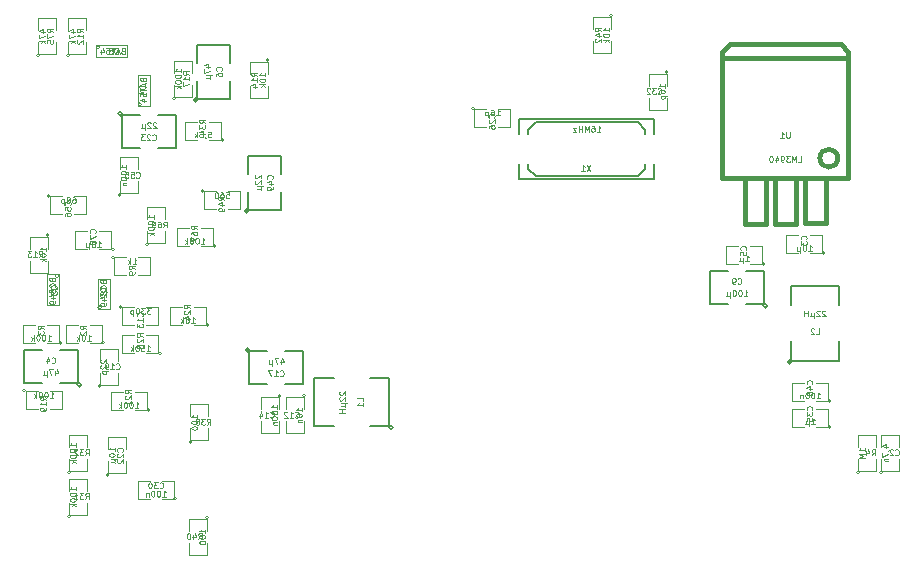
<source format=gbo>
G04 (created by PCBNEW (2013-05-31 BZR 4019)-stable) date 12.01.2015 16:56:15*
%MOIN*%
G04 Gerber Fmt 3.4, Leading zero omitted, Abs format*
%FSLAX34Y34*%
G01*
G70*
G90*
G04 APERTURE LIST*
%ADD10C,0.00590551*%
%ADD11C,0.015*%
%ADD12C,0.0031*%
%ADD13C,0.005*%
%ADD14C,0.0039*%
%ADD15C,0.00393701*%
G04 APERTURE END LIST*
G54D10*
G54D11*
X64153Y-53656D02*
X64153Y-55206D01*
X64153Y-55206D02*
X63453Y-55206D01*
X63453Y-55206D02*
X63453Y-53656D01*
X65153Y-53656D02*
X65153Y-55206D01*
X65153Y-55206D02*
X64453Y-55206D01*
X64453Y-55206D02*
X64453Y-53656D01*
X66153Y-53656D02*
X66153Y-55156D01*
X66153Y-55156D02*
X65503Y-55156D01*
X65503Y-55156D02*
X65453Y-55156D01*
X65453Y-55156D02*
X65453Y-53656D01*
X66553Y-53006D02*
G75*
G03X66553Y-53006I-300J0D01*
G74*
G01*
X66903Y-53656D02*
X66903Y-49456D01*
X66903Y-49456D02*
X66653Y-49206D01*
X66653Y-49206D02*
X63103Y-49206D01*
X63103Y-49206D02*
X63003Y-49206D01*
X63003Y-49206D02*
X62953Y-49206D01*
X62953Y-49206D02*
X62703Y-49456D01*
X62703Y-49456D02*
X62703Y-53656D01*
X66903Y-53656D02*
X62703Y-53656D01*
X62703Y-49656D02*
X66903Y-49656D01*
G54D12*
X42011Y-57982D02*
G75*
G03X42011Y-57982I-62J0D01*
G74*
G01*
X42286Y-57019D02*
X41886Y-57019D01*
X42286Y-58044D02*
X41886Y-58044D01*
X41886Y-57019D02*
X41886Y-58044D01*
X42286Y-58044D02*
X42286Y-57019D01*
X40594Y-56938D02*
G75*
G03X40594Y-56938I-62J0D01*
G74*
G01*
X40193Y-57901D02*
X40593Y-57901D01*
X40193Y-56876D02*
X40593Y-56876D01*
X40593Y-57901D02*
X40593Y-56876D01*
X40193Y-56876D02*
X40193Y-57901D01*
X41961Y-49310D02*
G75*
G03X41961Y-49310I-62J0D01*
G74*
G01*
X42862Y-49648D02*
X42862Y-49248D01*
X41837Y-49648D02*
X41837Y-49248D01*
X42862Y-49248D02*
X41837Y-49248D01*
X41837Y-49648D02*
X42862Y-49648D01*
X43349Y-51211D02*
G75*
G03X43349Y-51211I-62J0D01*
G74*
G01*
X43625Y-50248D02*
X43225Y-50248D01*
X43625Y-51273D02*
X43225Y-51273D01*
X43225Y-50248D02*
X43225Y-51273D01*
X43625Y-51273D02*
X43625Y-50248D01*
G54D13*
X51725Y-61991D02*
G75*
G03X51725Y-61991I-70J0D01*
G74*
G01*
X49754Y-61941D02*
X49104Y-61941D01*
X49104Y-61941D02*
X49104Y-60341D01*
X49104Y-60341D02*
X49754Y-60341D01*
X50954Y-60341D02*
X51604Y-60341D01*
X51604Y-60341D02*
X51604Y-61941D01*
X51604Y-61941D02*
X50954Y-61941D01*
X65008Y-59803D02*
G75*
G03X65008Y-59803I-70J0D01*
G74*
G01*
X64987Y-57903D02*
X64987Y-57253D01*
X64987Y-57253D02*
X66587Y-57253D01*
X66587Y-57253D02*
X66587Y-57903D01*
X66587Y-59103D02*
X66587Y-59753D01*
X66587Y-59753D02*
X64987Y-59753D01*
X64987Y-59753D02*
X64987Y-59103D01*
X42703Y-51525D02*
G75*
G03X42703Y-51525I-70J0D01*
G74*
G01*
X43282Y-52675D02*
X42682Y-52675D01*
X42682Y-52675D02*
X42682Y-51575D01*
X42682Y-51575D02*
X43282Y-51575D01*
X43882Y-51575D02*
X44482Y-51575D01*
X44482Y-51575D02*
X44482Y-52675D01*
X44482Y-52675D02*
X43882Y-52675D01*
X45218Y-51068D02*
G75*
G03X45218Y-51068I-70J0D01*
G74*
G01*
X46298Y-50418D02*
X46298Y-51018D01*
X46298Y-51018D02*
X45198Y-51018D01*
X45198Y-51018D02*
X45198Y-50418D01*
X45198Y-49818D02*
X45198Y-49218D01*
X45198Y-49218D02*
X46298Y-49218D01*
X46298Y-49218D02*
X46298Y-49818D01*
X46955Y-59400D02*
G75*
G03X46955Y-59400I-70J0D01*
G74*
G01*
X47534Y-60550D02*
X46934Y-60550D01*
X46934Y-60550D02*
X46934Y-59450D01*
X46934Y-59450D02*
X47534Y-59450D01*
X48134Y-59450D02*
X48734Y-59450D01*
X48734Y-59450D02*
X48734Y-60550D01*
X48734Y-60550D02*
X48134Y-60550D01*
X64209Y-57922D02*
G75*
G03X64209Y-57922I-70J0D01*
G74*
G01*
X63488Y-56772D02*
X64088Y-56772D01*
X64088Y-56772D02*
X64088Y-57872D01*
X64088Y-57872D02*
X63488Y-57872D01*
X62888Y-57872D02*
X62288Y-57872D01*
X62288Y-57872D02*
X62288Y-56772D01*
X62288Y-56772D02*
X62888Y-56772D01*
X41335Y-60560D02*
G75*
G03X41335Y-60560I-70J0D01*
G74*
G01*
X40614Y-59410D02*
X41214Y-59410D01*
X41214Y-59410D02*
X41214Y-60510D01*
X41214Y-60510D02*
X40614Y-60510D01*
X40014Y-60510D02*
X39414Y-60510D01*
X39414Y-60510D02*
X39414Y-59410D01*
X39414Y-59410D02*
X40014Y-59410D01*
X46911Y-54768D02*
G75*
G03X46911Y-54768I-70J0D01*
G74*
G01*
X47990Y-54118D02*
X47990Y-54718D01*
X47990Y-54718D02*
X46890Y-54718D01*
X46890Y-54718D02*
X46890Y-54118D01*
X46890Y-53518D02*
X46890Y-52918D01*
X46890Y-52918D02*
X47990Y-52918D01*
X47990Y-52918D02*
X47990Y-53518D01*
G54D14*
X42663Y-54232D02*
G75*
G03X42663Y-54232I-50J0D01*
G74*
G01*
X42613Y-53782D02*
X42613Y-54182D01*
X42613Y-54182D02*
X43213Y-54182D01*
X43213Y-54182D02*
X43213Y-53782D01*
X43213Y-53382D02*
X43213Y-52982D01*
X43213Y-52982D02*
X42613Y-52982D01*
X42613Y-52982D02*
X42613Y-53382D01*
X45423Y-54109D02*
G75*
G03X45423Y-54109I-50J0D01*
G74*
G01*
X45823Y-54109D02*
X45423Y-54109D01*
X45423Y-54109D02*
X45423Y-54709D01*
X45423Y-54709D02*
X45823Y-54709D01*
X46223Y-54709D02*
X46623Y-54709D01*
X46623Y-54709D02*
X46623Y-54109D01*
X46623Y-54109D02*
X46223Y-54109D01*
X60901Y-50137D02*
G75*
G03X60901Y-50137I-50J0D01*
G74*
G01*
X60851Y-50587D02*
X60851Y-50187D01*
X60851Y-50187D02*
X60251Y-50187D01*
X60251Y-50187D02*
X60251Y-50587D01*
X60251Y-50987D02*
X60251Y-51387D01*
X60251Y-51387D02*
X60851Y-51387D01*
X60851Y-51387D02*
X60851Y-50987D01*
X66329Y-61953D02*
G75*
G03X66329Y-61953I-50J0D01*
G74*
G01*
X65829Y-61953D02*
X66229Y-61953D01*
X66229Y-61953D02*
X66229Y-61353D01*
X66229Y-61353D02*
X65829Y-61353D01*
X65429Y-61353D02*
X65029Y-61353D01*
X65029Y-61353D02*
X65029Y-61953D01*
X65029Y-61953D02*
X65429Y-61953D01*
X66329Y-61087D02*
G75*
G03X66329Y-61087I-50J0D01*
G74*
G01*
X65829Y-61087D02*
X66229Y-61087D01*
X66229Y-61087D02*
X66229Y-60487D01*
X66229Y-60487D02*
X65829Y-60487D01*
X65429Y-60487D02*
X65029Y-60487D01*
X65029Y-60487D02*
X65029Y-61087D01*
X65029Y-61087D02*
X65429Y-61087D01*
X39946Y-49587D02*
G75*
G03X39946Y-49587I-50J0D01*
G74*
G01*
X39896Y-49137D02*
X39896Y-49537D01*
X39896Y-49537D02*
X40496Y-49537D01*
X40496Y-49537D02*
X40496Y-49137D01*
X40496Y-48737D02*
X40496Y-48337D01*
X40496Y-48337D02*
X39896Y-48337D01*
X39896Y-48337D02*
X39896Y-48737D01*
X47594Y-49743D02*
G75*
G03X47594Y-49743I-50J0D01*
G74*
G01*
X47544Y-50193D02*
X47544Y-49793D01*
X47544Y-49793D02*
X46944Y-49793D01*
X46944Y-49793D02*
X46944Y-50193D01*
X46944Y-50593D02*
X46944Y-50993D01*
X46944Y-50993D02*
X47544Y-50993D01*
X47544Y-50993D02*
X47544Y-50593D01*
X44474Y-51004D02*
G75*
G03X44474Y-51004I-50J0D01*
G74*
G01*
X44424Y-50554D02*
X44424Y-50954D01*
X44424Y-50954D02*
X45024Y-50954D01*
X45024Y-50954D02*
X45024Y-50554D01*
X45024Y-50154D02*
X45024Y-49754D01*
X45024Y-49754D02*
X44424Y-49754D01*
X44424Y-49754D02*
X44424Y-50154D01*
X46093Y-52386D02*
G75*
G03X46093Y-52386I-50J0D01*
G74*
G01*
X45593Y-52386D02*
X45993Y-52386D01*
X45993Y-52386D02*
X45993Y-51786D01*
X45993Y-51786D02*
X45593Y-51786D01*
X45193Y-51786D02*
X44793Y-51786D01*
X44793Y-51786D02*
X44793Y-52386D01*
X44793Y-52386D02*
X45193Y-52386D01*
X40305Y-54266D02*
G75*
G03X40305Y-54266I-50J0D01*
G74*
G01*
X40705Y-54266D02*
X40305Y-54266D01*
X40305Y-54266D02*
X40305Y-54866D01*
X40305Y-54866D02*
X40705Y-54866D01*
X41105Y-54866D02*
X41505Y-54866D01*
X41505Y-54866D02*
X41505Y-54266D01*
X41505Y-54266D02*
X41105Y-54266D01*
X45818Y-55929D02*
G75*
G03X45818Y-55929I-50J0D01*
G74*
G01*
X45318Y-55929D02*
X45718Y-55929D01*
X45718Y-55929D02*
X45718Y-55329D01*
X45718Y-55329D02*
X45318Y-55329D01*
X44918Y-55329D02*
X44518Y-55329D01*
X44518Y-55329D02*
X44518Y-55929D01*
X44518Y-55929D02*
X44918Y-55929D01*
X43568Y-55886D02*
G75*
G03X43568Y-55886I-50J0D01*
G74*
G01*
X43518Y-55436D02*
X43518Y-55836D01*
X43518Y-55836D02*
X44118Y-55836D01*
X44118Y-55836D02*
X44118Y-55436D01*
X44118Y-55036D02*
X44118Y-54636D01*
X44118Y-54636D02*
X43518Y-54636D01*
X43518Y-54636D02*
X43518Y-55036D01*
X42432Y-56048D02*
G75*
G03X42432Y-56048I-50J0D01*
G74*
G01*
X41932Y-56048D02*
X42332Y-56048D01*
X42332Y-56048D02*
X42332Y-55448D01*
X42332Y-55448D02*
X41932Y-55448D01*
X41532Y-55448D02*
X41132Y-55448D01*
X41132Y-55448D02*
X41132Y-56048D01*
X41132Y-56048D02*
X41532Y-56048D01*
X40931Y-49587D02*
G75*
G03X40931Y-49587I-50J0D01*
G74*
G01*
X40881Y-49137D02*
X40881Y-49537D01*
X40881Y-49537D02*
X41481Y-49537D01*
X41481Y-49537D02*
X41481Y-49137D01*
X41481Y-48737D02*
X41481Y-48337D01*
X41481Y-48337D02*
X40881Y-48337D01*
X40881Y-48337D02*
X40881Y-48737D01*
X43613Y-61402D02*
G75*
G03X43613Y-61402I-50J0D01*
G74*
G01*
X43113Y-61402D02*
X43513Y-61402D01*
X43513Y-61402D02*
X43513Y-60802D01*
X43513Y-60802D02*
X43113Y-60802D01*
X42713Y-60802D02*
X42313Y-60802D01*
X42313Y-60802D02*
X42313Y-61402D01*
X42313Y-61402D02*
X42713Y-61402D01*
X40271Y-55570D02*
G75*
G03X40271Y-55570I-50J0D01*
G74*
G01*
X40221Y-56020D02*
X40221Y-55620D01*
X40221Y-55620D02*
X39621Y-55620D01*
X39621Y-55620D02*
X39621Y-56020D01*
X39621Y-56420D02*
X39621Y-56820D01*
X39621Y-56820D02*
X40221Y-56820D01*
X40221Y-56820D02*
X40221Y-56420D01*
X42431Y-56314D02*
G75*
G03X42431Y-56314I-50J0D01*
G74*
G01*
X42831Y-56314D02*
X42431Y-56314D01*
X42431Y-56314D02*
X42431Y-56914D01*
X42431Y-56914D02*
X42831Y-56914D01*
X43231Y-56914D02*
X43631Y-56914D01*
X43631Y-56914D02*
X43631Y-56314D01*
X43631Y-56314D02*
X43231Y-56314D01*
X42117Y-59158D02*
G75*
G03X42117Y-59158I-50J0D01*
G74*
G01*
X41617Y-59158D02*
X42017Y-59158D01*
X42017Y-59158D02*
X42017Y-58558D01*
X42017Y-58558D02*
X41617Y-58558D01*
X41217Y-58558D02*
X40817Y-58558D01*
X40817Y-58558D02*
X40817Y-59158D01*
X40817Y-59158D02*
X41217Y-59158D01*
X40700Y-59158D02*
G75*
G03X40700Y-59158I-50J0D01*
G74*
G01*
X40200Y-59158D02*
X40600Y-59158D01*
X40600Y-59158D02*
X40600Y-58558D01*
X40600Y-58558D02*
X40200Y-58558D01*
X39800Y-58558D02*
X39400Y-58558D01*
X39400Y-58558D02*
X39400Y-59158D01*
X39400Y-59158D02*
X39800Y-59158D01*
X64125Y-56520D02*
G75*
G03X64125Y-56520I-50J0D01*
G74*
G01*
X63625Y-56520D02*
X64025Y-56520D01*
X64025Y-56520D02*
X64025Y-55920D01*
X64025Y-55920D02*
X63625Y-55920D01*
X63225Y-55920D02*
X62825Y-55920D01*
X62825Y-55920D02*
X62825Y-56520D01*
X62825Y-56520D02*
X63225Y-56520D01*
X66133Y-56166D02*
G75*
G03X66133Y-56166I-50J0D01*
G74*
G01*
X65633Y-56166D02*
X66033Y-56166D01*
X66033Y-56166D02*
X66033Y-55566D01*
X66033Y-55566D02*
X65633Y-55566D01*
X65233Y-55566D02*
X64833Y-55566D01*
X64833Y-55566D02*
X64833Y-56166D01*
X64833Y-56166D02*
X65233Y-56166D01*
X48814Y-60924D02*
G75*
G03X48814Y-60924I-50J0D01*
G74*
G01*
X48764Y-61374D02*
X48764Y-60974D01*
X48764Y-60974D02*
X48164Y-60974D01*
X48164Y-60974D02*
X48164Y-61374D01*
X48164Y-61774D02*
X48164Y-62174D01*
X48164Y-62174D02*
X48764Y-62174D01*
X48764Y-62174D02*
X48764Y-61774D01*
X47987Y-60924D02*
G75*
G03X47987Y-60924I-50J0D01*
G74*
G01*
X47937Y-61374D02*
X47937Y-60974D01*
X47937Y-60974D02*
X47337Y-60974D01*
X47337Y-60974D02*
X47337Y-61374D01*
X47337Y-61774D02*
X47337Y-62174D01*
X47337Y-62174D02*
X47937Y-62174D01*
X47937Y-62174D02*
X47937Y-61774D01*
X39478Y-60762D02*
G75*
G03X39478Y-60762I-50J0D01*
G74*
G01*
X39878Y-60762D02*
X39478Y-60762D01*
X39478Y-60762D02*
X39478Y-61362D01*
X39478Y-61362D02*
X39878Y-61362D01*
X40278Y-61362D02*
X40678Y-61362D01*
X40678Y-61362D02*
X40678Y-60762D01*
X40678Y-60762D02*
X40278Y-60762D01*
X67269Y-63484D02*
G75*
G03X67269Y-63484I-50J0D01*
G74*
G01*
X67219Y-63034D02*
X67219Y-63434D01*
X67219Y-63434D02*
X67819Y-63434D01*
X67819Y-63434D02*
X67819Y-63034D01*
X67819Y-62634D02*
X67819Y-62234D01*
X67819Y-62234D02*
X67219Y-62234D01*
X67219Y-62234D02*
X67219Y-62634D01*
X59050Y-48247D02*
G75*
G03X59050Y-48247I-50J0D01*
G74*
G01*
X59000Y-48697D02*
X59000Y-48297D01*
X59000Y-48297D02*
X58400Y-48297D01*
X58400Y-48297D02*
X58400Y-48697D01*
X58400Y-49097D02*
X58400Y-49497D01*
X58400Y-49497D02*
X59000Y-49497D01*
X59000Y-49497D02*
X59000Y-49097D01*
X68057Y-63484D02*
G75*
G03X68057Y-63484I-50J0D01*
G74*
G01*
X68007Y-63034D02*
X68007Y-63434D01*
X68007Y-63434D02*
X68607Y-63434D01*
X68607Y-63434D02*
X68607Y-63034D01*
X68607Y-62634D02*
X68607Y-62234D01*
X68607Y-62234D02*
X68007Y-62234D01*
X68007Y-62234D02*
X68007Y-62634D01*
X54439Y-51353D02*
G75*
G03X54439Y-51353I-50J0D01*
G74*
G01*
X54839Y-51353D02*
X54439Y-51353D01*
X54439Y-51353D02*
X54439Y-51953D01*
X54439Y-51953D02*
X54839Y-51953D01*
X55239Y-51953D02*
X55639Y-51953D01*
X55639Y-51953D02*
X55639Y-51353D01*
X55639Y-51353D02*
X55239Y-51353D01*
X42269Y-63563D02*
G75*
G03X42269Y-63563I-50J0D01*
G74*
G01*
X42219Y-63113D02*
X42219Y-63513D01*
X42219Y-63513D02*
X42819Y-63513D01*
X42819Y-63513D02*
X42819Y-63113D01*
X42819Y-62713D02*
X42819Y-62313D01*
X42819Y-62313D02*
X42219Y-62313D01*
X42219Y-62313D02*
X42219Y-62713D01*
X45581Y-58567D02*
G75*
G03X45581Y-58567I-50J0D01*
G74*
G01*
X45081Y-58567D02*
X45481Y-58567D01*
X45481Y-58567D02*
X45481Y-57967D01*
X45481Y-57967D02*
X45081Y-57967D01*
X44681Y-57967D02*
X44281Y-57967D01*
X44281Y-57967D02*
X44281Y-58567D01*
X44281Y-58567D02*
X44681Y-58567D01*
X44007Y-59512D02*
G75*
G03X44007Y-59512I-50J0D01*
G74*
G01*
X43507Y-59512D02*
X43907Y-59512D01*
X43907Y-59512D02*
X43907Y-58912D01*
X43907Y-58912D02*
X43507Y-58912D01*
X43107Y-58912D02*
X42707Y-58912D01*
X42707Y-58912D02*
X42707Y-59512D01*
X42707Y-59512D02*
X43107Y-59512D01*
X42707Y-57967D02*
G75*
G03X42707Y-57967I-50J0D01*
G74*
G01*
X43107Y-57967D02*
X42707Y-57967D01*
X42707Y-57967D02*
X42707Y-58567D01*
X42707Y-58567D02*
X43107Y-58567D01*
X43507Y-58567D02*
X43907Y-58567D01*
X43907Y-58567D02*
X43907Y-57967D01*
X43907Y-57967D02*
X43507Y-57967D01*
X41994Y-60610D02*
G75*
G03X41994Y-60610I-50J0D01*
G74*
G01*
X41944Y-60160D02*
X41944Y-60560D01*
X41944Y-60560D02*
X42544Y-60560D01*
X42544Y-60560D02*
X42544Y-60160D01*
X42544Y-59760D02*
X42544Y-59360D01*
X42544Y-59360D02*
X41944Y-59360D01*
X41944Y-59360D02*
X41944Y-59760D01*
X40970Y-64941D02*
G75*
G03X40970Y-64941I-50J0D01*
G74*
G01*
X40920Y-64491D02*
X40920Y-64891D01*
X40920Y-64891D02*
X41520Y-64891D01*
X41520Y-64891D02*
X41520Y-64491D01*
X41520Y-64091D02*
X41520Y-63691D01*
X41520Y-63691D02*
X40920Y-63691D01*
X40920Y-63691D02*
X40920Y-64091D01*
X40970Y-63484D02*
G75*
G03X40970Y-63484I-50J0D01*
G74*
G01*
X40920Y-63034D02*
X40920Y-63434D01*
X40920Y-63434D02*
X41520Y-63434D01*
X41520Y-63434D02*
X41520Y-63034D01*
X41520Y-62634D02*
X41520Y-62234D01*
X41520Y-62234D02*
X40920Y-62234D01*
X40920Y-62234D02*
X40920Y-62634D01*
G54D10*
X56238Y-53366D02*
X56238Y-53216D01*
X56238Y-52066D02*
X56238Y-52216D01*
X60138Y-52066D02*
X60138Y-52216D01*
X60138Y-53366D02*
X60138Y-53216D01*
X60438Y-53716D02*
X60438Y-53216D01*
X60438Y-51716D02*
X60438Y-52216D01*
X55938Y-51716D02*
X55938Y-52216D01*
X55938Y-53716D02*
X55938Y-53216D01*
X56238Y-52066D02*
X56488Y-51816D01*
X56488Y-51816D02*
X59888Y-51816D01*
X59888Y-51816D02*
X60138Y-52066D01*
X60138Y-53366D02*
X59888Y-53616D01*
X59888Y-53616D02*
X56488Y-53616D01*
X56488Y-53616D02*
X56238Y-53366D01*
X60438Y-51716D02*
X55938Y-51716D01*
X55938Y-53716D02*
X60438Y-53716D01*
G54D14*
X44518Y-64355D02*
G75*
G03X44518Y-64355I-50J0D01*
G74*
G01*
X44018Y-64355D02*
X44418Y-64355D01*
X44418Y-64355D02*
X44418Y-63755D01*
X44418Y-63755D02*
X44018Y-63755D01*
X43618Y-63755D02*
X43218Y-63755D01*
X43218Y-63755D02*
X43218Y-64355D01*
X43218Y-64355D02*
X43618Y-64355D01*
X45025Y-62461D02*
G75*
G03X45025Y-62461I-50J0D01*
G74*
G01*
X44975Y-62011D02*
X44975Y-62411D01*
X44975Y-62411D02*
X45575Y-62411D01*
X45575Y-62411D02*
X45575Y-62011D01*
X45575Y-61611D02*
X45575Y-61211D01*
X45575Y-61211D02*
X44975Y-61211D01*
X44975Y-61211D02*
X44975Y-61611D01*
X45586Y-64979D02*
G75*
G03X45586Y-64979I-50J0D01*
G74*
G01*
X45536Y-65429D02*
X45536Y-65029D01*
X45536Y-65029D02*
X44936Y-65029D01*
X44936Y-65029D02*
X44936Y-65429D01*
X44936Y-65829D02*
X44936Y-66229D01*
X44936Y-66229D02*
X45536Y-66229D01*
X45536Y-66229D02*
X45536Y-65829D01*
G54D15*
X64953Y-52139D02*
X64953Y-52298D01*
X64943Y-52317D01*
X64934Y-52326D01*
X64915Y-52335D01*
X64878Y-52335D01*
X64859Y-52326D01*
X64850Y-52317D01*
X64840Y-52298D01*
X64840Y-52139D01*
X64643Y-52335D02*
X64756Y-52335D01*
X64700Y-52335D02*
X64700Y-52139D01*
X64718Y-52167D01*
X64737Y-52185D01*
X64756Y-52195D01*
X65229Y-53135D02*
X65323Y-53135D01*
X65323Y-52939D01*
X65164Y-53135D02*
X65164Y-52939D01*
X65098Y-53079D01*
X65032Y-52939D01*
X65032Y-53135D01*
X64957Y-52939D02*
X64835Y-52939D01*
X64901Y-53014D01*
X64873Y-53014D01*
X64854Y-53023D01*
X64845Y-53032D01*
X64835Y-53051D01*
X64835Y-53098D01*
X64845Y-53117D01*
X64854Y-53126D01*
X64873Y-53135D01*
X64929Y-53135D01*
X64948Y-53126D01*
X64957Y-53117D01*
X64742Y-53135D02*
X64704Y-53135D01*
X64685Y-53126D01*
X64676Y-53117D01*
X64657Y-53089D01*
X64648Y-53051D01*
X64648Y-52976D01*
X64657Y-52957D01*
X64667Y-52948D01*
X64685Y-52939D01*
X64723Y-52939D01*
X64742Y-52948D01*
X64751Y-52957D01*
X64760Y-52976D01*
X64760Y-53023D01*
X64751Y-53042D01*
X64742Y-53051D01*
X64723Y-53060D01*
X64685Y-53060D01*
X64667Y-53051D01*
X64657Y-53042D01*
X64648Y-53023D01*
X64479Y-53004D02*
X64479Y-53135D01*
X64526Y-52929D02*
X64573Y-53070D01*
X64451Y-53070D01*
X64339Y-52939D02*
X64320Y-52939D01*
X64301Y-52948D01*
X64292Y-52957D01*
X64282Y-52976D01*
X64273Y-53014D01*
X64273Y-53060D01*
X64282Y-53098D01*
X64292Y-53117D01*
X64301Y-53126D01*
X64320Y-53135D01*
X64339Y-53135D01*
X64357Y-53126D01*
X64367Y-53117D01*
X64376Y-53098D01*
X64386Y-53060D01*
X64386Y-53014D01*
X64376Y-52976D01*
X64367Y-52957D01*
X64357Y-52948D01*
X64339Y-52939D01*
X42185Y-57461D02*
X42175Y-57442D01*
X42156Y-57424D01*
X42128Y-57395D01*
X42119Y-57377D01*
X42119Y-57358D01*
X42166Y-57367D02*
X42156Y-57349D01*
X42138Y-57330D01*
X42100Y-57320D01*
X42035Y-57320D01*
X41997Y-57330D01*
X41978Y-57349D01*
X41969Y-57367D01*
X41969Y-57405D01*
X41978Y-57424D01*
X41997Y-57442D01*
X42035Y-57452D01*
X42100Y-57452D01*
X42138Y-57442D01*
X42156Y-57424D01*
X42166Y-57405D01*
X42166Y-57367D01*
X41988Y-57527D02*
X41978Y-57536D01*
X41969Y-57555D01*
X41969Y-57602D01*
X41978Y-57620D01*
X41988Y-57630D01*
X42006Y-57639D01*
X42025Y-57639D01*
X42053Y-57630D01*
X42166Y-57517D01*
X42166Y-57639D01*
X42063Y-57129D02*
X42072Y-57157D01*
X42081Y-57166D01*
X42100Y-57175D01*
X42128Y-57175D01*
X42147Y-57166D01*
X42156Y-57157D01*
X42166Y-57138D01*
X42166Y-57063D01*
X41969Y-57063D01*
X41969Y-57129D01*
X41978Y-57147D01*
X41988Y-57157D01*
X42006Y-57166D01*
X42025Y-57166D01*
X42044Y-57157D01*
X42053Y-57147D01*
X42063Y-57129D01*
X42063Y-57063D01*
X42147Y-57372D02*
X42156Y-57363D01*
X42166Y-57335D01*
X42166Y-57316D01*
X42156Y-57288D01*
X42138Y-57269D01*
X42119Y-57260D01*
X42081Y-57250D01*
X42053Y-57250D01*
X42016Y-57260D01*
X41997Y-57269D01*
X41978Y-57288D01*
X41969Y-57316D01*
X41969Y-57335D01*
X41978Y-57363D01*
X41988Y-57372D01*
X42053Y-57485D02*
X42044Y-57466D01*
X42035Y-57457D01*
X42016Y-57447D01*
X42006Y-57447D01*
X41988Y-57457D01*
X41978Y-57466D01*
X41969Y-57485D01*
X41969Y-57522D01*
X41978Y-57541D01*
X41988Y-57550D01*
X42006Y-57560D01*
X42016Y-57560D01*
X42035Y-57550D01*
X42044Y-57541D01*
X42053Y-57522D01*
X42053Y-57485D01*
X42063Y-57466D01*
X42072Y-57457D01*
X42091Y-57447D01*
X42128Y-57447D01*
X42147Y-57457D01*
X42156Y-57466D01*
X42166Y-57485D01*
X42166Y-57522D01*
X42156Y-57541D01*
X42147Y-57550D01*
X42128Y-57560D01*
X42091Y-57560D01*
X42072Y-57550D01*
X42063Y-57541D01*
X42053Y-57522D01*
X42035Y-57729D02*
X42166Y-57729D01*
X41960Y-57682D02*
X42100Y-57635D01*
X42100Y-57757D01*
X42166Y-57841D02*
X42166Y-57879D01*
X42156Y-57897D01*
X42147Y-57907D01*
X42119Y-57925D01*
X42081Y-57935D01*
X42006Y-57935D01*
X41988Y-57925D01*
X41978Y-57916D01*
X41969Y-57897D01*
X41969Y-57860D01*
X41978Y-57841D01*
X41988Y-57832D01*
X42006Y-57822D01*
X42053Y-57822D01*
X42072Y-57832D01*
X42081Y-57841D01*
X42091Y-57860D01*
X42091Y-57897D01*
X42081Y-57916D01*
X42072Y-57925D01*
X42053Y-57935D01*
X40531Y-57382D02*
X40522Y-57364D01*
X40503Y-57345D01*
X40475Y-57317D01*
X40465Y-57298D01*
X40465Y-57279D01*
X40512Y-57289D02*
X40503Y-57270D01*
X40484Y-57251D01*
X40447Y-57242D01*
X40381Y-57242D01*
X40344Y-57251D01*
X40325Y-57270D01*
X40315Y-57289D01*
X40315Y-57326D01*
X40325Y-57345D01*
X40344Y-57364D01*
X40381Y-57373D01*
X40447Y-57373D01*
X40484Y-57364D01*
X40503Y-57345D01*
X40512Y-57326D01*
X40512Y-57289D01*
X40315Y-57439D02*
X40315Y-57560D01*
X40390Y-57495D01*
X40390Y-57523D01*
X40400Y-57542D01*
X40409Y-57551D01*
X40428Y-57560D01*
X40475Y-57560D01*
X40494Y-57551D01*
X40503Y-57542D01*
X40512Y-57523D01*
X40512Y-57467D01*
X40503Y-57448D01*
X40494Y-57439D01*
X40370Y-57060D02*
X40379Y-57089D01*
X40389Y-57098D01*
X40407Y-57107D01*
X40435Y-57107D01*
X40454Y-57098D01*
X40464Y-57089D01*
X40473Y-57070D01*
X40473Y-56995D01*
X40276Y-56995D01*
X40276Y-57060D01*
X40285Y-57079D01*
X40295Y-57089D01*
X40314Y-57098D01*
X40332Y-57098D01*
X40351Y-57089D01*
X40360Y-57079D01*
X40370Y-57060D01*
X40370Y-56995D01*
X40454Y-57304D02*
X40464Y-57295D01*
X40473Y-57267D01*
X40473Y-57248D01*
X40464Y-57220D01*
X40445Y-57201D01*
X40426Y-57192D01*
X40389Y-57182D01*
X40360Y-57182D01*
X40323Y-57192D01*
X40304Y-57201D01*
X40285Y-57220D01*
X40276Y-57248D01*
X40276Y-57267D01*
X40285Y-57295D01*
X40295Y-57304D01*
X40360Y-57417D02*
X40351Y-57398D01*
X40342Y-57389D01*
X40323Y-57379D01*
X40314Y-57379D01*
X40295Y-57389D01*
X40285Y-57398D01*
X40276Y-57417D01*
X40276Y-57454D01*
X40285Y-57473D01*
X40295Y-57482D01*
X40314Y-57492D01*
X40323Y-57492D01*
X40342Y-57482D01*
X40351Y-57473D01*
X40360Y-57454D01*
X40360Y-57417D01*
X40370Y-57398D01*
X40379Y-57389D01*
X40398Y-57379D01*
X40435Y-57379D01*
X40454Y-57389D01*
X40464Y-57398D01*
X40473Y-57417D01*
X40473Y-57454D01*
X40464Y-57473D01*
X40454Y-57482D01*
X40435Y-57492D01*
X40398Y-57492D01*
X40379Y-57482D01*
X40370Y-57473D01*
X40360Y-57454D01*
X40342Y-57660D02*
X40473Y-57660D01*
X40267Y-57614D02*
X40407Y-57567D01*
X40407Y-57689D01*
X40473Y-57773D02*
X40473Y-57810D01*
X40464Y-57829D01*
X40454Y-57839D01*
X40426Y-57857D01*
X40389Y-57867D01*
X40314Y-57867D01*
X40295Y-57857D01*
X40285Y-57848D01*
X40276Y-57829D01*
X40276Y-57792D01*
X40285Y-57773D01*
X40295Y-57764D01*
X40314Y-57754D01*
X40360Y-57754D01*
X40379Y-57764D01*
X40389Y-57773D01*
X40398Y-57792D01*
X40398Y-57829D01*
X40389Y-57848D01*
X40379Y-57857D01*
X40360Y-57867D01*
X42546Y-49528D02*
X42546Y-49331D01*
X42500Y-49331D01*
X42471Y-49341D01*
X42453Y-49359D01*
X42443Y-49378D01*
X42434Y-49416D01*
X42434Y-49444D01*
X42443Y-49481D01*
X42453Y-49500D01*
X42471Y-49519D01*
X42500Y-49528D01*
X42546Y-49528D01*
X42256Y-49331D02*
X42350Y-49331D01*
X42359Y-49425D01*
X42350Y-49416D01*
X42331Y-49406D01*
X42284Y-49406D01*
X42265Y-49416D01*
X42256Y-49425D01*
X42246Y-49444D01*
X42246Y-49491D01*
X42256Y-49509D01*
X42265Y-49519D01*
X42284Y-49528D01*
X42331Y-49528D01*
X42350Y-49519D01*
X42359Y-49509D01*
X42719Y-49425D02*
X42691Y-49434D01*
X42682Y-49444D01*
X42673Y-49462D01*
X42673Y-49491D01*
X42682Y-49509D01*
X42691Y-49519D01*
X42710Y-49528D01*
X42785Y-49528D01*
X42785Y-49331D01*
X42719Y-49331D01*
X42701Y-49341D01*
X42691Y-49350D01*
X42682Y-49369D01*
X42682Y-49387D01*
X42691Y-49406D01*
X42701Y-49416D01*
X42719Y-49425D01*
X42785Y-49425D01*
X42598Y-49472D02*
X42504Y-49472D01*
X42616Y-49528D02*
X42551Y-49331D01*
X42485Y-49528D01*
X42448Y-49331D02*
X42335Y-49331D01*
X42391Y-49528D02*
X42391Y-49331D01*
X42176Y-49331D02*
X42270Y-49331D01*
X42279Y-49425D01*
X42270Y-49416D01*
X42251Y-49406D01*
X42204Y-49406D01*
X42185Y-49416D01*
X42176Y-49425D01*
X42166Y-49444D01*
X42166Y-49491D01*
X42176Y-49509D01*
X42185Y-49519D01*
X42204Y-49528D01*
X42251Y-49528D01*
X42270Y-49519D01*
X42279Y-49509D01*
X41998Y-49397D02*
X41998Y-49528D01*
X42045Y-49322D02*
X42091Y-49462D01*
X41970Y-49462D01*
X43465Y-50602D02*
X43268Y-50602D01*
X43268Y-50649D01*
X43278Y-50677D01*
X43296Y-50696D01*
X43315Y-50705D01*
X43353Y-50715D01*
X43381Y-50715D01*
X43418Y-50705D01*
X43437Y-50696D01*
X43456Y-50677D01*
X43465Y-50649D01*
X43465Y-50602D01*
X43334Y-50883D02*
X43465Y-50883D01*
X43259Y-50837D02*
X43399Y-50790D01*
X43399Y-50912D01*
X43401Y-50390D02*
X43411Y-50418D01*
X43420Y-50427D01*
X43439Y-50437D01*
X43467Y-50437D01*
X43486Y-50427D01*
X43495Y-50418D01*
X43504Y-50399D01*
X43504Y-50324D01*
X43308Y-50324D01*
X43308Y-50390D01*
X43317Y-50409D01*
X43326Y-50418D01*
X43345Y-50427D01*
X43364Y-50427D01*
X43383Y-50418D01*
X43392Y-50409D01*
X43401Y-50390D01*
X43401Y-50324D01*
X43448Y-50512D02*
X43448Y-50605D01*
X43504Y-50493D02*
X43308Y-50558D01*
X43504Y-50624D01*
X43308Y-50662D02*
X43308Y-50774D01*
X43504Y-50718D02*
X43308Y-50718D01*
X43308Y-50933D02*
X43308Y-50840D01*
X43401Y-50830D01*
X43392Y-50840D01*
X43383Y-50858D01*
X43383Y-50905D01*
X43392Y-50924D01*
X43401Y-50933D01*
X43420Y-50943D01*
X43467Y-50943D01*
X43486Y-50933D01*
X43495Y-50924D01*
X43504Y-50905D01*
X43504Y-50858D01*
X43495Y-50840D01*
X43486Y-50830D01*
X43373Y-51112D02*
X43504Y-51112D01*
X43298Y-51065D02*
X43439Y-51018D01*
X43439Y-51140D01*
X50728Y-61108D02*
X50728Y-61015D01*
X50531Y-61015D01*
X50728Y-61277D02*
X50728Y-61165D01*
X50728Y-61221D02*
X50531Y-61221D01*
X50559Y-61202D01*
X50578Y-61183D01*
X50587Y-61165D01*
X49955Y-60785D02*
X49946Y-60794D01*
X49937Y-60813D01*
X49937Y-60860D01*
X49946Y-60879D01*
X49955Y-60888D01*
X49974Y-60898D01*
X49993Y-60898D01*
X50021Y-60888D01*
X50134Y-60776D01*
X50134Y-60898D01*
X49955Y-60973D02*
X49946Y-60982D01*
X49937Y-61001D01*
X49937Y-61047D01*
X49946Y-61066D01*
X49955Y-61076D01*
X49974Y-61085D01*
X49993Y-61085D01*
X50021Y-61076D01*
X50134Y-60963D01*
X50134Y-61085D01*
X50002Y-61169D02*
X50199Y-61169D01*
X50105Y-61263D02*
X50124Y-61272D01*
X50134Y-61291D01*
X50105Y-61169D02*
X50124Y-61179D01*
X50134Y-61197D01*
X50134Y-61235D01*
X50124Y-61254D01*
X50105Y-61263D01*
X50002Y-61263D01*
X50134Y-61376D02*
X49937Y-61376D01*
X50030Y-61376D02*
X50030Y-61488D01*
X50134Y-61488D02*
X49937Y-61488D01*
X65820Y-58877D02*
X65913Y-58877D01*
X65913Y-58680D01*
X65763Y-58699D02*
X65754Y-58690D01*
X65735Y-58680D01*
X65688Y-58680D01*
X65670Y-58690D01*
X65660Y-58699D01*
X65651Y-58718D01*
X65651Y-58737D01*
X65660Y-58765D01*
X65773Y-58877D01*
X65651Y-58877D01*
X66143Y-58105D02*
X66134Y-58096D01*
X66115Y-58086D01*
X66068Y-58086D01*
X66049Y-58096D01*
X66040Y-58105D01*
X66031Y-58124D01*
X66031Y-58143D01*
X66040Y-58171D01*
X66152Y-58283D01*
X66031Y-58283D01*
X65956Y-58105D02*
X65946Y-58096D01*
X65928Y-58086D01*
X65881Y-58086D01*
X65862Y-58096D01*
X65853Y-58105D01*
X65843Y-58124D01*
X65843Y-58143D01*
X65853Y-58171D01*
X65965Y-58283D01*
X65843Y-58283D01*
X65759Y-58152D02*
X65759Y-58349D01*
X65665Y-58255D02*
X65656Y-58274D01*
X65637Y-58283D01*
X65759Y-58255D02*
X65749Y-58274D01*
X65731Y-58283D01*
X65693Y-58283D01*
X65674Y-58274D01*
X65665Y-58255D01*
X65665Y-58152D01*
X65553Y-58283D02*
X65553Y-58086D01*
X65553Y-58180D02*
X65440Y-58180D01*
X65440Y-58283D02*
X65440Y-58086D01*
X43709Y-52386D02*
X43718Y-52396D01*
X43746Y-52405D01*
X43765Y-52405D01*
X43793Y-52396D01*
X43812Y-52377D01*
X43821Y-52358D01*
X43831Y-52321D01*
X43831Y-52293D01*
X43821Y-52255D01*
X43812Y-52236D01*
X43793Y-52218D01*
X43765Y-52208D01*
X43746Y-52208D01*
X43718Y-52218D01*
X43709Y-52227D01*
X43634Y-52227D02*
X43624Y-52218D01*
X43606Y-52208D01*
X43559Y-52208D01*
X43540Y-52218D01*
X43531Y-52227D01*
X43521Y-52246D01*
X43521Y-52265D01*
X43531Y-52293D01*
X43643Y-52405D01*
X43521Y-52405D01*
X43456Y-52208D02*
X43334Y-52208D01*
X43399Y-52283D01*
X43371Y-52283D01*
X43353Y-52293D01*
X43343Y-52302D01*
X43334Y-52321D01*
X43334Y-52368D01*
X43343Y-52386D01*
X43353Y-52396D01*
X43371Y-52405D01*
X43428Y-52405D01*
X43446Y-52396D01*
X43456Y-52386D01*
X43835Y-51827D02*
X43826Y-51818D01*
X43807Y-51808D01*
X43760Y-51808D01*
X43742Y-51818D01*
X43732Y-51827D01*
X43723Y-51846D01*
X43723Y-51865D01*
X43732Y-51893D01*
X43845Y-52005D01*
X43723Y-52005D01*
X43648Y-51827D02*
X43638Y-51818D01*
X43620Y-51808D01*
X43573Y-51808D01*
X43554Y-51818D01*
X43545Y-51827D01*
X43535Y-51846D01*
X43535Y-51865D01*
X43545Y-51893D01*
X43657Y-52005D01*
X43535Y-52005D01*
X43451Y-51874D02*
X43451Y-52071D01*
X43357Y-51977D02*
X43348Y-51996D01*
X43329Y-52005D01*
X43451Y-51977D02*
X43442Y-51996D01*
X43423Y-52005D01*
X43385Y-52005D01*
X43367Y-51996D01*
X43357Y-51977D01*
X43357Y-51874D01*
X46008Y-50085D02*
X46018Y-50075D01*
X46027Y-50047D01*
X46027Y-50029D01*
X46018Y-50000D01*
X45999Y-49982D01*
X45980Y-49972D01*
X45943Y-49963D01*
X45915Y-49963D01*
X45877Y-49972D01*
X45858Y-49982D01*
X45840Y-50000D01*
X45830Y-50029D01*
X45830Y-50047D01*
X45840Y-50075D01*
X45849Y-50085D01*
X45830Y-50254D02*
X45830Y-50216D01*
X45840Y-50197D01*
X45849Y-50188D01*
X45877Y-50169D01*
X45915Y-50160D01*
X45990Y-50160D01*
X46008Y-50169D01*
X46018Y-50179D01*
X46027Y-50197D01*
X46027Y-50235D01*
X46018Y-50254D01*
X46008Y-50263D01*
X45990Y-50272D01*
X45943Y-50272D01*
X45924Y-50263D01*
X45915Y-50254D01*
X45905Y-50235D01*
X45905Y-50197D01*
X45915Y-50179D01*
X45924Y-50169D01*
X45943Y-50160D01*
X45496Y-49958D02*
X45627Y-49958D01*
X45421Y-49911D02*
X45562Y-49865D01*
X45562Y-49986D01*
X45430Y-50043D02*
X45430Y-50174D01*
X45627Y-50089D01*
X45496Y-50249D02*
X45693Y-50249D01*
X45599Y-50343D02*
X45618Y-50352D01*
X45627Y-50371D01*
X45599Y-50249D02*
X45618Y-50258D01*
X45627Y-50277D01*
X45627Y-50314D01*
X45618Y-50333D01*
X45599Y-50343D01*
X45496Y-50343D01*
X47961Y-60260D02*
X47970Y-60270D01*
X47998Y-60279D01*
X48017Y-60279D01*
X48045Y-60270D01*
X48064Y-60251D01*
X48073Y-60232D01*
X48083Y-60195D01*
X48083Y-60167D01*
X48073Y-60129D01*
X48064Y-60110D01*
X48045Y-60092D01*
X48017Y-60082D01*
X47998Y-60082D01*
X47970Y-60092D01*
X47961Y-60101D01*
X47773Y-60279D02*
X47886Y-60279D01*
X47829Y-60279D02*
X47829Y-60082D01*
X47848Y-60110D01*
X47867Y-60129D01*
X47886Y-60139D01*
X47708Y-60082D02*
X47576Y-60082D01*
X47661Y-60279D01*
X47994Y-59748D02*
X47994Y-59879D01*
X48040Y-59673D02*
X48087Y-59814D01*
X47965Y-59814D01*
X47909Y-59682D02*
X47778Y-59682D01*
X47862Y-59879D01*
X47703Y-59748D02*
X47703Y-59945D01*
X47609Y-59851D02*
X47600Y-59870D01*
X47581Y-59879D01*
X47703Y-59851D02*
X47694Y-59870D01*
X47675Y-59879D01*
X47637Y-59879D01*
X47619Y-59870D01*
X47609Y-59851D01*
X47609Y-59748D01*
X63221Y-57183D02*
X63231Y-57193D01*
X63259Y-57202D01*
X63278Y-57202D01*
X63306Y-57193D01*
X63324Y-57174D01*
X63334Y-57155D01*
X63343Y-57118D01*
X63343Y-57090D01*
X63334Y-57052D01*
X63324Y-57033D01*
X63306Y-57015D01*
X63278Y-57005D01*
X63259Y-57005D01*
X63231Y-57015D01*
X63221Y-57024D01*
X63128Y-57202D02*
X63090Y-57202D01*
X63071Y-57193D01*
X63062Y-57183D01*
X63043Y-57155D01*
X63034Y-57118D01*
X63034Y-57043D01*
X63043Y-57024D01*
X63053Y-57015D01*
X63071Y-57005D01*
X63109Y-57005D01*
X63128Y-57015D01*
X63137Y-57024D01*
X63146Y-57043D01*
X63146Y-57090D01*
X63137Y-57108D01*
X63128Y-57118D01*
X63109Y-57127D01*
X63071Y-57127D01*
X63053Y-57118D01*
X63043Y-57108D01*
X63034Y-57090D01*
X63423Y-57602D02*
X63535Y-57602D01*
X63479Y-57602D02*
X63479Y-57405D01*
X63498Y-57433D01*
X63517Y-57452D01*
X63535Y-57461D01*
X63301Y-57405D02*
X63282Y-57405D01*
X63263Y-57415D01*
X63254Y-57424D01*
X63245Y-57443D01*
X63235Y-57480D01*
X63235Y-57527D01*
X63245Y-57565D01*
X63254Y-57583D01*
X63263Y-57593D01*
X63282Y-57602D01*
X63301Y-57602D01*
X63320Y-57593D01*
X63329Y-57583D01*
X63338Y-57565D01*
X63348Y-57527D01*
X63348Y-57480D01*
X63338Y-57443D01*
X63329Y-57424D01*
X63320Y-57415D01*
X63301Y-57405D01*
X63113Y-57405D02*
X63095Y-57405D01*
X63076Y-57415D01*
X63067Y-57424D01*
X63057Y-57443D01*
X63048Y-57480D01*
X63048Y-57527D01*
X63057Y-57565D01*
X63067Y-57583D01*
X63076Y-57593D01*
X63095Y-57602D01*
X63113Y-57602D01*
X63132Y-57593D01*
X63142Y-57583D01*
X63151Y-57565D01*
X63160Y-57527D01*
X63160Y-57480D01*
X63151Y-57443D01*
X63142Y-57424D01*
X63132Y-57415D01*
X63113Y-57405D01*
X62964Y-57471D02*
X62964Y-57668D01*
X62870Y-57574D02*
X62860Y-57593D01*
X62842Y-57602D01*
X62964Y-57574D02*
X62954Y-57593D01*
X62935Y-57602D01*
X62898Y-57602D01*
X62879Y-57593D01*
X62870Y-57574D01*
X62870Y-57471D01*
X40347Y-59821D02*
X40357Y-59830D01*
X40385Y-59840D01*
X40404Y-59840D01*
X40432Y-59830D01*
X40450Y-59812D01*
X40460Y-59793D01*
X40469Y-59755D01*
X40469Y-59727D01*
X40460Y-59690D01*
X40450Y-59671D01*
X40432Y-59652D01*
X40404Y-59643D01*
X40385Y-59643D01*
X40357Y-59652D01*
X40347Y-59662D01*
X40179Y-59709D02*
X40179Y-59840D01*
X40225Y-59634D02*
X40272Y-59774D01*
X40150Y-59774D01*
X40474Y-60109D02*
X40474Y-60240D01*
X40521Y-60034D02*
X40568Y-60174D01*
X40446Y-60174D01*
X40389Y-60043D02*
X40258Y-60043D01*
X40343Y-60240D01*
X40183Y-60109D02*
X40183Y-60305D01*
X40089Y-60212D02*
X40080Y-60230D01*
X40061Y-60240D01*
X40183Y-60212D02*
X40174Y-60230D01*
X40155Y-60240D01*
X40118Y-60240D01*
X40099Y-60230D01*
X40089Y-60212D01*
X40089Y-60109D01*
X47701Y-53692D02*
X47711Y-53682D01*
X47720Y-53654D01*
X47720Y-53636D01*
X47711Y-53607D01*
X47692Y-53589D01*
X47673Y-53579D01*
X47636Y-53570D01*
X47608Y-53570D01*
X47570Y-53579D01*
X47551Y-53589D01*
X47533Y-53607D01*
X47523Y-53636D01*
X47523Y-53654D01*
X47533Y-53682D01*
X47542Y-53692D01*
X47589Y-53861D02*
X47720Y-53861D01*
X47514Y-53814D02*
X47655Y-53767D01*
X47655Y-53889D01*
X47720Y-53973D02*
X47720Y-54011D01*
X47711Y-54029D01*
X47701Y-54039D01*
X47673Y-54057D01*
X47636Y-54067D01*
X47561Y-54067D01*
X47542Y-54057D01*
X47533Y-54048D01*
X47523Y-54029D01*
X47523Y-53992D01*
X47533Y-53973D01*
X47542Y-53964D01*
X47561Y-53954D01*
X47608Y-53954D01*
X47626Y-53964D01*
X47636Y-53973D01*
X47645Y-53992D01*
X47645Y-54029D01*
X47636Y-54048D01*
X47626Y-54057D01*
X47608Y-54067D01*
X47142Y-53565D02*
X47133Y-53575D01*
X47123Y-53593D01*
X47123Y-53640D01*
X47133Y-53659D01*
X47142Y-53668D01*
X47161Y-53678D01*
X47180Y-53678D01*
X47208Y-53668D01*
X47320Y-53556D01*
X47320Y-53678D01*
X47142Y-53753D02*
X47133Y-53762D01*
X47123Y-53781D01*
X47123Y-53828D01*
X47133Y-53847D01*
X47142Y-53856D01*
X47161Y-53865D01*
X47180Y-53865D01*
X47208Y-53856D01*
X47320Y-53743D01*
X47320Y-53865D01*
X47189Y-53950D02*
X47386Y-53950D01*
X47292Y-54043D02*
X47311Y-54053D01*
X47320Y-54071D01*
X47292Y-53950D02*
X47311Y-53959D01*
X47320Y-53978D01*
X47320Y-54015D01*
X47311Y-54034D01*
X47292Y-54043D01*
X47189Y-54043D01*
X43164Y-53643D02*
X43174Y-53652D01*
X43202Y-53662D01*
X43221Y-53662D01*
X43249Y-53652D01*
X43268Y-53634D01*
X43277Y-53615D01*
X43286Y-53577D01*
X43286Y-53549D01*
X43277Y-53512D01*
X43268Y-53493D01*
X43249Y-53474D01*
X43221Y-53465D01*
X43202Y-53465D01*
X43174Y-53474D01*
X43164Y-53484D01*
X42986Y-53465D02*
X43080Y-53465D01*
X43089Y-53559D01*
X43080Y-53549D01*
X43061Y-53540D01*
X43014Y-53540D01*
X42996Y-53549D01*
X42986Y-53559D01*
X42977Y-53577D01*
X42977Y-53624D01*
X42986Y-53643D01*
X42996Y-53652D01*
X43014Y-53662D01*
X43061Y-53662D01*
X43080Y-53652D01*
X43089Y-53643D01*
X42799Y-53465D02*
X42893Y-53465D01*
X42902Y-53559D01*
X42893Y-53549D01*
X42874Y-53540D01*
X42827Y-53540D01*
X42808Y-53549D01*
X42799Y-53559D01*
X42789Y-53577D01*
X42789Y-53624D01*
X42799Y-53643D01*
X42808Y-53652D01*
X42827Y-53662D01*
X42874Y-53662D01*
X42893Y-53652D01*
X42902Y-53643D01*
X42843Y-53362D02*
X42843Y-53249D01*
X42843Y-53306D02*
X42646Y-53306D01*
X42674Y-53287D01*
X42693Y-53268D01*
X42702Y-53249D01*
X42646Y-53484D02*
X42646Y-53503D01*
X42655Y-53521D01*
X42664Y-53531D01*
X42683Y-53540D01*
X42721Y-53549D01*
X42768Y-53549D01*
X42805Y-53540D01*
X42824Y-53531D01*
X42833Y-53521D01*
X42843Y-53503D01*
X42843Y-53484D01*
X42833Y-53465D01*
X42824Y-53456D01*
X42805Y-53446D01*
X42768Y-53437D01*
X42721Y-53437D01*
X42683Y-53446D01*
X42664Y-53456D01*
X42655Y-53465D01*
X42646Y-53484D01*
X42646Y-53671D02*
X42646Y-53690D01*
X42655Y-53709D01*
X42664Y-53718D01*
X42683Y-53727D01*
X42721Y-53737D01*
X42768Y-53737D01*
X42805Y-53727D01*
X42824Y-53718D01*
X42833Y-53709D01*
X42843Y-53690D01*
X42843Y-53671D01*
X42833Y-53652D01*
X42824Y-53643D01*
X42805Y-53634D01*
X42768Y-53624D01*
X42721Y-53624D01*
X42683Y-53634D01*
X42664Y-53643D01*
X42655Y-53652D01*
X42646Y-53671D01*
X42711Y-53821D02*
X42843Y-53821D01*
X42730Y-53821D02*
X42721Y-53831D01*
X42711Y-53849D01*
X42711Y-53877D01*
X42721Y-53896D01*
X42739Y-53906D01*
X42843Y-53906D01*
X46103Y-54407D02*
X46009Y-54342D01*
X46103Y-54295D02*
X45906Y-54295D01*
X45906Y-54370D01*
X45915Y-54389D01*
X45925Y-54398D01*
X45943Y-54407D01*
X45972Y-54407D01*
X45990Y-54398D01*
X46000Y-54389D01*
X46009Y-54370D01*
X46009Y-54295D01*
X45972Y-54576D02*
X46103Y-54576D01*
X45897Y-54529D02*
X46037Y-54482D01*
X46037Y-54604D01*
X46103Y-54689D02*
X46103Y-54726D01*
X46093Y-54745D01*
X46084Y-54754D01*
X46056Y-54773D01*
X46018Y-54782D01*
X45943Y-54782D01*
X45925Y-54773D01*
X45915Y-54764D01*
X45906Y-54745D01*
X45906Y-54707D01*
X45915Y-54689D01*
X45925Y-54679D01*
X45943Y-54670D01*
X45990Y-54670D01*
X46009Y-54679D01*
X46018Y-54689D01*
X46028Y-54707D01*
X46028Y-54745D01*
X46018Y-54764D01*
X46009Y-54773D01*
X45990Y-54782D01*
X46164Y-54142D02*
X46257Y-54142D01*
X46267Y-54236D01*
X46257Y-54226D01*
X46239Y-54217D01*
X46192Y-54217D01*
X46173Y-54226D01*
X46164Y-54236D01*
X46154Y-54254D01*
X46154Y-54301D01*
X46164Y-54320D01*
X46173Y-54329D01*
X46192Y-54339D01*
X46239Y-54339D01*
X46257Y-54329D01*
X46267Y-54320D01*
X45986Y-54142D02*
X46023Y-54142D01*
X46042Y-54151D01*
X46051Y-54161D01*
X46070Y-54189D01*
X46079Y-54226D01*
X46079Y-54301D01*
X46070Y-54320D01*
X46061Y-54329D01*
X46042Y-54339D01*
X46004Y-54339D01*
X45986Y-54329D01*
X45976Y-54320D01*
X45967Y-54301D01*
X45967Y-54254D01*
X45976Y-54236D01*
X45986Y-54226D01*
X46004Y-54217D01*
X46042Y-54217D01*
X46061Y-54226D01*
X46070Y-54236D01*
X46079Y-54254D01*
X45845Y-54142D02*
X45826Y-54142D01*
X45808Y-54151D01*
X45798Y-54161D01*
X45789Y-54179D01*
X45779Y-54217D01*
X45779Y-54264D01*
X45789Y-54301D01*
X45798Y-54320D01*
X45808Y-54329D01*
X45826Y-54339D01*
X45845Y-54339D01*
X45864Y-54329D01*
X45873Y-54320D01*
X45883Y-54301D01*
X45892Y-54264D01*
X45892Y-54217D01*
X45883Y-54179D01*
X45873Y-54161D01*
X45864Y-54151D01*
X45845Y-54142D01*
X60552Y-50848D02*
X60562Y-50857D01*
X60590Y-50867D01*
X60608Y-50867D01*
X60637Y-50857D01*
X60655Y-50838D01*
X60665Y-50820D01*
X60674Y-50782D01*
X60674Y-50754D01*
X60665Y-50717D01*
X60655Y-50698D01*
X60637Y-50679D01*
X60608Y-50670D01*
X60590Y-50670D01*
X60562Y-50679D01*
X60552Y-50688D01*
X60487Y-50670D02*
X60365Y-50670D01*
X60430Y-50745D01*
X60402Y-50745D01*
X60383Y-50754D01*
X60374Y-50763D01*
X60365Y-50782D01*
X60365Y-50829D01*
X60374Y-50848D01*
X60383Y-50857D01*
X60402Y-50867D01*
X60458Y-50867D01*
X60477Y-50857D01*
X60487Y-50848D01*
X60290Y-50688D02*
X60280Y-50679D01*
X60262Y-50670D01*
X60215Y-50670D01*
X60196Y-50679D01*
X60187Y-50688D01*
X60177Y-50707D01*
X60177Y-50726D01*
X60187Y-50754D01*
X60299Y-50867D01*
X60177Y-50867D01*
X60780Y-50660D02*
X60780Y-50548D01*
X60780Y-50604D02*
X60584Y-50604D01*
X60612Y-50585D01*
X60630Y-50567D01*
X60640Y-50548D01*
X60584Y-50829D02*
X60584Y-50792D01*
X60593Y-50773D01*
X60602Y-50763D01*
X60630Y-50745D01*
X60668Y-50735D01*
X60743Y-50735D01*
X60762Y-50745D01*
X60771Y-50754D01*
X60780Y-50773D01*
X60780Y-50810D01*
X60771Y-50829D01*
X60762Y-50838D01*
X60743Y-50848D01*
X60696Y-50848D01*
X60677Y-50838D01*
X60668Y-50829D01*
X60658Y-50810D01*
X60658Y-50773D01*
X60668Y-50754D01*
X60677Y-50745D01*
X60696Y-50735D01*
X60649Y-50932D02*
X60846Y-50932D01*
X60658Y-50932D02*
X60649Y-50951D01*
X60649Y-50988D01*
X60658Y-51007D01*
X60668Y-51017D01*
X60687Y-51026D01*
X60743Y-51026D01*
X60762Y-51017D01*
X60771Y-51007D01*
X60780Y-50988D01*
X60780Y-50951D01*
X60771Y-50932D01*
X65690Y-61401D02*
X65700Y-61392D01*
X65709Y-61364D01*
X65709Y-61345D01*
X65700Y-61317D01*
X65681Y-61298D01*
X65662Y-61289D01*
X65625Y-61280D01*
X65597Y-61280D01*
X65559Y-61289D01*
X65540Y-61298D01*
X65522Y-61317D01*
X65512Y-61345D01*
X65512Y-61364D01*
X65522Y-61392D01*
X65531Y-61401D01*
X65512Y-61467D02*
X65512Y-61589D01*
X65587Y-61523D01*
X65587Y-61551D01*
X65597Y-61570D01*
X65606Y-61580D01*
X65625Y-61589D01*
X65672Y-61589D01*
X65690Y-61580D01*
X65700Y-61570D01*
X65709Y-61551D01*
X65709Y-61495D01*
X65700Y-61476D01*
X65690Y-61467D01*
X65512Y-61767D02*
X65512Y-61673D01*
X65606Y-61664D01*
X65597Y-61673D01*
X65587Y-61692D01*
X65587Y-61739D01*
X65597Y-61758D01*
X65606Y-61767D01*
X65625Y-61776D01*
X65672Y-61776D01*
X65690Y-61767D01*
X65700Y-61758D01*
X65709Y-61739D01*
X65709Y-61692D01*
X65700Y-61673D01*
X65690Y-61664D01*
X65676Y-61883D02*
X65789Y-61883D01*
X65733Y-61883D02*
X65733Y-61686D01*
X65751Y-61714D01*
X65770Y-61733D01*
X65789Y-61742D01*
X65592Y-61751D02*
X65592Y-61948D01*
X65498Y-61855D02*
X65489Y-61873D01*
X65470Y-61883D01*
X65592Y-61855D02*
X65583Y-61873D01*
X65564Y-61883D01*
X65526Y-61883D01*
X65508Y-61873D01*
X65498Y-61855D01*
X65498Y-61751D01*
X65690Y-60535D02*
X65700Y-60526D01*
X65709Y-60498D01*
X65709Y-60479D01*
X65700Y-60451D01*
X65681Y-60432D01*
X65662Y-60423D01*
X65625Y-60413D01*
X65597Y-60413D01*
X65559Y-60423D01*
X65540Y-60432D01*
X65522Y-60451D01*
X65512Y-60479D01*
X65512Y-60498D01*
X65522Y-60526D01*
X65531Y-60535D01*
X65578Y-60704D02*
X65709Y-60704D01*
X65503Y-60657D02*
X65643Y-60610D01*
X65643Y-60732D01*
X65597Y-60835D02*
X65587Y-60817D01*
X65578Y-60807D01*
X65559Y-60798D01*
X65550Y-60798D01*
X65531Y-60807D01*
X65522Y-60817D01*
X65512Y-60835D01*
X65512Y-60873D01*
X65522Y-60892D01*
X65531Y-60901D01*
X65550Y-60910D01*
X65559Y-60910D01*
X65578Y-60901D01*
X65587Y-60892D01*
X65597Y-60873D01*
X65597Y-60835D01*
X65606Y-60817D01*
X65615Y-60807D01*
X65634Y-60798D01*
X65672Y-60798D01*
X65690Y-60807D01*
X65700Y-60817D01*
X65709Y-60835D01*
X65709Y-60873D01*
X65700Y-60892D01*
X65690Y-60901D01*
X65672Y-60910D01*
X65634Y-60910D01*
X65615Y-60901D01*
X65606Y-60892D01*
X65597Y-60873D01*
X65850Y-61017D02*
X65962Y-61017D01*
X65906Y-61017D02*
X65906Y-60820D01*
X65925Y-60848D01*
X65943Y-60867D01*
X65962Y-60876D01*
X65728Y-60820D02*
X65709Y-60820D01*
X65690Y-60829D01*
X65681Y-60838D01*
X65672Y-60857D01*
X65662Y-60895D01*
X65662Y-60942D01*
X65672Y-60979D01*
X65681Y-60998D01*
X65690Y-61007D01*
X65709Y-61017D01*
X65728Y-61017D01*
X65747Y-61007D01*
X65756Y-60998D01*
X65765Y-60979D01*
X65775Y-60942D01*
X65775Y-60895D01*
X65765Y-60857D01*
X65756Y-60838D01*
X65747Y-60829D01*
X65728Y-60820D01*
X65540Y-60820D02*
X65522Y-60820D01*
X65503Y-60829D01*
X65494Y-60838D01*
X65484Y-60857D01*
X65475Y-60895D01*
X65475Y-60942D01*
X65484Y-60979D01*
X65494Y-60998D01*
X65503Y-61007D01*
X65522Y-61017D01*
X65540Y-61017D01*
X65559Y-61007D01*
X65568Y-60998D01*
X65578Y-60979D01*
X65587Y-60942D01*
X65587Y-60895D01*
X65578Y-60857D01*
X65568Y-60838D01*
X65559Y-60829D01*
X65540Y-60820D01*
X65390Y-60885D02*
X65390Y-61017D01*
X65390Y-60904D02*
X65381Y-60895D01*
X65362Y-60885D01*
X65334Y-60885D01*
X65315Y-60895D01*
X65306Y-60913D01*
X65306Y-61017D01*
X40401Y-48810D02*
X40307Y-48744D01*
X40401Y-48697D02*
X40204Y-48697D01*
X40204Y-48772D01*
X40214Y-48791D01*
X40223Y-48801D01*
X40242Y-48810D01*
X40270Y-48810D01*
X40289Y-48801D01*
X40298Y-48791D01*
X40307Y-48772D01*
X40307Y-48697D01*
X40204Y-48876D02*
X40204Y-49007D01*
X40401Y-48922D01*
X40204Y-49176D02*
X40204Y-49082D01*
X40298Y-49072D01*
X40289Y-49082D01*
X40279Y-49101D01*
X40279Y-49147D01*
X40289Y-49166D01*
X40298Y-49176D01*
X40317Y-49185D01*
X40364Y-49185D01*
X40382Y-49176D01*
X40392Y-49166D01*
X40401Y-49147D01*
X40401Y-49101D01*
X40392Y-49082D01*
X40382Y-49072D01*
X39995Y-48801D02*
X40126Y-48801D01*
X39920Y-48754D02*
X40060Y-48707D01*
X40060Y-48829D01*
X39929Y-48885D02*
X39929Y-49016D01*
X40126Y-48932D01*
X40126Y-49091D02*
X39929Y-49091D01*
X40051Y-49110D02*
X40126Y-49166D01*
X39995Y-49166D02*
X40070Y-49091D01*
X47198Y-50267D02*
X47105Y-50201D01*
X47198Y-50154D02*
X47001Y-50154D01*
X47001Y-50229D01*
X47011Y-50248D01*
X47020Y-50257D01*
X47039Y-50267D01*
X47067Y-50267D01*
X47086Y-50257D01*
X47095Y-50248D01*
X47105Y-50229D01*
X47105Y-50154D01*
X47198Y-50454D02*
X47198Y-50342D01*
X47198Y-50398D02*
X47001Y-50398D01*
X47030Y-50379D01*
X47048Y-50360D01*
X47058Y-50342D01*
X47067Y-50623D02*
X47198Y-50623D01*
X46992Y-50576D02*
X47133Y-50529D01*
X47133Y-50651D01*
X47473Y-50276D02*
X47473Y-50164D01*
X47473Y-50220D02*
X47276Y-50220D01*
X47305Y-50201D01*
X47323Y-50182D01*
X47333Y-50164D01*
X47276Y-50398D02*
X47276Y-50417D01*
X47286Y-50435D01*
X47295Y-50445D01*
X47314Y-50454D01*
X47351Y-50464D01*
X47398Y-50464D01*
X47436Y-50454D01*
X47455Y-50445D01*
X47464Y-50435D01*
X47473Y-50417D01*
X47473Y-50398D01*
X47464Y-50379D01*
X47455Y-50370D01*
X47436Y-50360D01*
X47398Y-50351D01*
X47351Y-50351D01*
X47314Y-50360D01*
X47295Y-50370D01*
X47286Y-50379D01*
X47276Y-50398D01*
X47473Y-50548D02*
X47276Y-50548D01*
X47398Y-50567D02*
X47473Y-50623D01*
X47342Y-50623D02*
X47417Y-50548D01*
X44929Y-50227D02*
X44835Y-50162D01*
X44929Y-50115D02*
X44732Y-50115D01*
X44732Y-50190D01*
X44741Y-50209D01*
X44750Y-50218D01*
X44769Y-50227D01*
X44797Y-50227D01*
X44816Y-50218D01*
X44825Y-50209D01*
X44835Y-50190D01*
X44835Y-50115D01*
X44929Y-50415D02*
X44929Y-50302D01*
X44929Y-50359D02*
X44732Y-50359D01*
X44760Y-50340D01*
X44779Y-50321D01*
X44788Y-50302D01*
X44732Y-50480D02*
X44732Y-50612D01*
X44929Y-50527D01*
X44654Y-50143D02*
X44654Y-50030D01*
X44654Y-50087D02*
X44457Y-50087D01*
X44485Y-50068D01*
X44504Y-50049D01*
X44513Y-50030D01*
X44457Y-50265D02*
X44457Y-50284D01*
X44466Y-50302D01*
X44475Y-50312D01*
X44494Y-50321D01*
X44532Y-50330D01*
X44579Y-50330D01*
X44616Y-50321D01*
X44635Y-50312D01*
X44644Y-50302D01*
X44654Y-50284D01*
X44654Y-50265D01*
X44644Y-50246D01*
X44635Y-50237D01*
X44616Y-50227D01*
X44579Y-50218D01*
X44532Y-50218D01*
X44494Y-50227D01*
X44475Y-50237D01*
X44466Y-50246D01*
X44457Y-50265D01*
X44457Y-50452D02*
X44457Y-50471D01*
X44466Y-50490D01*
X44475Y-50499D01*
X44494Y-50508D01*
X44532Y-50518D01*
X44579Y-50518D01*
X44616Y-50508D01*
X44635Y-50499D01*
X44644Y-50490D01*
X44654Y-50471D01*
X44654Y-50452D01*
X44644Y-50434D01*
X44635Y-50424D01*
X44616Y-50415D01*
X44579Y-50405D01*
X44532Y-50405D01*
X44494Y-50415D01*
X44475Y-50424D01*
X44466Y-50434D01*
X44457Y-50452D01*
X44654Y-50602D02*
X44457Y-50602D01*
X44579Y-50621D02*
X44654Y-50677D01*
X44522Y-50677D02*
X44597Y-50602D01*
X45473Y-51835D02*
X45379Y-51769D01*
X45473Y-51722D02*
X45276Y-51722D01*
X45276Y-51797D01*
X45285Y-51816D01*
X45295Y-51825D01*
X45314Y-51835D01*
X45342Y-51835D01*
X45360Y-51825D01*
X45370Y-51816D01*
X45379Y-51797D01*
X45379Y-51722D01*
X45276Y-51900D02*
X45276Y-52022D01*
X45351Y-51956D01*
X45351Y-51985D01*
X45360Y-52003D01*
X45370Y-52013D01*
X45389Y-52022D01*
X45435Y-52022D01*
X45454Y-52013D01*
X45464Y-52003D01*
X45473Y-51985D01*
X45473Y-51928D01*
X45464Y-51910D01*
X45454Y-51900D01*
X45342Y-52191D02*
X45473Y-52191D01*
X45267Y-52144D02*
X45407Y-52097D01*
X45407Y-52219D01*
X45567Y-52119D02*
X45660Y-52119D01*
X45670Y-52213D01*
X45660Y-52203D01*
X45642Y-52194D01*
X45595Y-52194D01*
X45576Y-52203D01*
X45567Y-52213D01*
X45557Y-52231D01*
X45557Y-52278D01*
X45567Y-52297D01*
X45576Y-52306D01*
X45595Y-52316D01*
X45642Y-52316D01*
X45660Y-52306D01*
X45670Y-52297D01*
X45464Y-52306D02*
X45464Y-52316D01*
X45473Y-52335D01*
X45482Y-52344D01*
X45295Y-52119D02*
X45332Y-52119D01*
X45351Y-52128D01*
X45360Y-52138D01*
X45379Y-52166D01*
X45389Y-52203D01*
X45389Y-52278D01*
X45379Y-52297D01*
X45370Y-52306D01*
X45351Y-52316D01*
X45314Y-52316D01*
X45295Y-52306D01*
X45285Y-52297D01*
X45276Y-52278D01*
X45276Y-52231D01*
X45285Y-52213D01*
X45295Y-52203D01*
X45314Y-52194D01*
X45351Y-52194D01*
X45370Y-52203D01*
X45379Y-52213D01*
X45389Y-52231D01*
X45192Y-52316D02*
X45192Y-52119D01*
X45173Y-52241D02*
X45117Y-52316D01*
X45117Y-52185D02*
X45192Y-52260D01*
X40966Y-54565D02*
X40975Y-54556D01*
X40985Y-54527D01*
X40985Y-54509D01*
X40975Y-54481D01*
X40957Y-54462D01*
X40938Y-54452D01*
X40900Y-54443D01*
X40872Y-54443D01*
X40835Y-54452D01*
X40816Y-54462D01*
X40797Y-54481D01*
X40788Y-54509D01*
X40788Y-54527D01*
X40797Y-54556D01*
X40807Y-54565D01*
X40788Y-54743D02*
X40788Y-54649D01*
X40882Y-54640D01*
X40872Y-54649D01*
X40863Y-54668D01*
X40863Y-54715D01*
X40872Y-54734D01*
X40882Y-54743D01*
X40900Y-54752D01*
X40947Y-54752D01*
X40966Y-54743D01*
X40975Y-54734D01*
X40985Y-54715D01*
X40985Y-54668D01*
X40975Y-54649D01*
X40966Y-54640D01*
X40788Y-54921D02*
X40788Y-54884D01*
X40797Y-54865D01*
X40807Y-54855D01*
X40835Y-54837D01*
X40872Y-54827D01*
X40947Y-54827D01*
X40966Y-54837D01*
X40975Y-54846D01*
X40985Y-54865D01*
X40985Y-54902D01*
X40975Y-54921D01*
X40966Y-54930D01*
X40947Y-54940D01*
X40900Y-54940D01*
X40882Y-54930D01*
X40872Y-54921D01*
X40863Y-54902D01*
X40863Y-54865D01*
X40872Y-54846D01*
X40882Y-54837D01*
X40900Y-54827D01*
X41050Y-54299D02*
X41088Y-54299D01*
X41107Y-54309D01*
X41116Y-54318D01*
X41135Y-54346D01*
X41144Y-54384D01*
X41144Y-54459D01*
X41135Y-54477D01*
X41125Y-54487D01*
X41107Y-54496D01*
X41069Y-54496D01*
X41050Y-54487D01*
X41041Y-54477D01*
X41032Y-54459D01*
X41032Y-54412D01*
X41041Y-54393D01*
X41050Y-54384D01*
X41069Y-54374D01*
X41107Y-54374D01*
X41125Y-54384D01*
X41135Y-54393D01*
X41144Y-54412D01*
X40919Y-54384D02*
X40938Y-54374D01*
X40947Y-54365D01*
X40957Y-54346D01*
X40957Y-54337D01*
X40947Y-54318D01*
X40938Y-54309D01*
X40919Y-54299D01*
X40882Y-54299D01*
X40863Y-54309D01*
X40853Y-54318D01*
X40844Y-54337D01*
X40844Y-54346D01*
X40853Y-54365D01*
X40863Y-54374D01*
X40882Y-54384D01*
X40919Y-54384D01*
X40938Y-54393D01*
X40947Y-54402D01*
X40957Y-54421D01*
X40957Y-54459D01*
X40947Y-54477D01*
X40938Y-54487D01*
X40919Y-54496D01*
X40882Y-54496D01*
X40863Y-54487D01*
X40853Y-54477D01*
X40844Y-54459D01*
X40844Y-54421D01*
X40853Y-54402D01*
X40863Y-54393D01*
X40882Y-54384D01*
X40760Y-54365D02*
X40760Y-54562D01*
X40760Y-54374D02*
X40741Y-54365D01*
X40703Y-54365D01*
X40685Y-54374D01*
X40675Y-54384D01*
X40666Y-54402D01*
X40666Y-54459D01*
X40675Y-54477D01*
X40685Y-54487D01*
X40703Y-54496D01*
X40741Y-54496D01*
X40760Y-54487D01*
X45197Y-55378D02*
X45104Y-55312D01*
X45197Y-55265D02*
X45000Y-55265D01*
X45000Y-55340D01*
X45010Y-55359D01*
X45019Y-55369D01*
X45038Y-55378D01*
X45066Y-55378D01*
X45085Y-55369D01*
X45094Y-55359D01*
X45104Y-55340D01*
X45104Y-55265D01*
X45000Y-55547D02*
X45000Y-55509D01*
X45010Y-55490D01*
X45019Y-55481D01*
X45047Y-55462D01*
X45085Y-55453D01*
X45160Y-55453D01*
X45179Y-55462D01*
X45188Y-55472D01*
X45197Y-55490D01*
X45197Y-55528D01*
X45188Y-55547D01*
X45179Y-55556D01*
X45160Y-55565D01*
X45113Y-55565D01*
X45094Y-55556D01*
X45085Y-55547D01*
X45075Y-55528D01*
X45075Y-55490D01*
X45085Y-55472D01*
X45094Y-55462D01*
X45113Y-55453D01*
X45000Y-55631D02*
X45000Y-55762D01*
X45197Y-55678D01*
X45329Y-55859D02*
X45441Y-55859D01*
X45385Y-55859D02*
X45385Y-55662D01*
X45404Y-55690D01*
X45422Y-55709D01*
X45441Y-55718D01*
X45207Y-55662D02*
X45188Y-55662D01*
X45169Y-55672D01*
X45160Y-55681D01*
X45150Y-55700D01*
X45141Y-55737D01*
X45141Y-55784D01*
X45150Y-55822D01*
X45160Y-55840D01*
X45169Y-55850D01*
X45188Y-55859D01*
X45207Y-55859D01*
X45225Y-55850D01*
X45235Y-55840D01*
X45244Y-55822D01*
X45254Y-55784D01*
X45254Y-55737D01*
X45244Y-55700D01*
X45235Y-55681D01*
X45225Y-55672D01*
X45207Y-55662D01*
X45019Y-55662D02*
X45000Y-55662D01*
X44982Y-55672D01*
X44972Y-55681D01*
X44963Y-55700D01*
X44954Y-55737D01*
X44954Y-55784D01*
X44963Y-55822D01*
X44972Y-55840D01*
X44982Y-55850D01*
X45000Y-55859D01*
X45019Y-55859D01*
X45038Y-55850D01*
X45047Y-55840D01*
X45057Y-55822D01*
X45066Y-55784D01*
X45066Y-55737D01*
X45057Y-55700D01*
X45047Y-55681D01*
X45038Y-55672D01*
X45019Y-55662D01*
X44869Y-55859D02*
X44869Y-55662D01*
X44850Y-55784D02*
X44794Y-55859D01*
X44794Y-55728D02*
X44869Y-55803D01*
X44070Y-55315D02*
X44136Y-55222D01*
X44182Y-55315D02*
X44182Y-55119D01*
X44107Y-55119D01*
X44089Y-55128D01*
X44079Y-55137D01*
X44070Y-55156D01*
X44070Y-55184D01*
X44079Y-55203D01*
X44089Y-55212D01*
X44107Y-55222D01*
X44182Y-55222D01*
X43901Y-55119D02*
X43939Y-55119D01*
X43957Y-55128D01*
X43967Y-55137D01*
X43986Y-55165D01*
X43995Y-55203D01*
X43995Y-55278D01*
X43986Y-55297D01*
X43976Y-55306D01*
X43957Y-55315D01*
X43920Y-55315D01*
X43901Y-55306D01*
X43892Y-55297D01*
X43882Y-55278D01*
X43882Y-55231D01*
X43892Y-55212D01*
X43901Y-55203D01*
X43920Y-55194D01*
X43957Y-55194D01*
X43976Y-55203D01*
X43986Y-55212D01*
X43995Y-55231D01*
X43789Y-55315D02*
X43751Y-55315D01*
X43732Y-55306D01*
X43723Y-55297D01*
X43704Y-55269D01*
X43695Y-55231D01*
X43695Y-55156D01*
X43704Y-55137D01*
X43714Y-55128D01*
X43732Y-55119D01*
X43770Y-55119D01*
X43789Y-55128D01*
X43798Y-55137D01*
X43807Y-55156D01*
X43807Y-55203D01*
X43798Y-55222D01*
X43789Y-55231D01*
X43770Y-55240D01*
X43732Y-55240D01*
X43714Y-55231D01*
X43704Y-55222D01*
X43695Y-55203D01*
X43748Y-55025D02*
X43748Y-54912D01*
X43748Y-54969D02*
X43551Y-54969D01*
X43579Y-54950D01*
X43598Y-54931D01*
X43607Y-54912D01*
X43551Y-55147D02*
X43551Y-55165D01*
X43561Y-55184D01*
X43570Y-55194D01*
X43589Y-55203D01*
X43626Y-55212D01*
X43673Y-55212D01*
X43711Y-55203D01*
X43729Y-55194D01*
X43739Y-55184D01*
X43748Y-55165D01*
X43748Y-55147D01*
X43739Y-55128D01*
X43729Y-55119D01*
X43711Y-55109D01*
X43673Y-55100D01*
X43626Y-55100D01*
X43589Y-55109D01*
X43570Y-55119D01*
X43561Y-55128D01*
X43551Y-55147D01*
X43551Y-55334D02*
X43551Y-55353D01*
X43561Y-55372D01*
X43570Y-55381D01*
X43589Y-55390D01*
X43626Y-55400D01*
X43673Y-55400D01*
X43711Y-55390D01*
X43729Y-55381D01*
X43739Y-55372D01*
X43748Y-55353D01*
X43748Y-55334D01*
X43739Y-55315D01*
X43729Y-55306D01*
X43711Y-55297D01*
X43673Y-55287D01*
X43626Y-55287D01*
X43589Y-55297D01*
X43570Y-55306D01*
X43561Y-55315D01*
X43551Y-55334D01*
X43748Y-55484D02*
X43551Y-55484D01*
X43673Y-55503D02*
X43748Y-55559D01*
X43617Y-55559D02*
X43692Y-55484D01*
X41793Y-55496D02*
X41802Y-55487D01*
X41811Y-55458D01*
X41811Y-55440D01*
X41802Y-55412D01*
X41783Y-55393D01*
X41765Y-55383D01*
X41727Y-55374D01*
X41699Y-55374D01*
X41661Y-55383D01*
X41643Y-55393D01*
X41624Y-55412D01*
X41615Y-55440D01*
X41615Y-55458D01*
X41624Y-55487D01*
X41633Y-55496D01*
X41615Y-55562D02*
X41615Y-55693D01*
X41811Y-55608D01*
X41615Y-55805D02*
X41615Y-55824D01*
X41624Y-55843D01*
X41633Y-55852D01*
X41652Y-55862D01*
X41690Y-55871D01*
X41736Y-55871D01*
X41774Y-55862D01*
X41793Y-55852D01*
X41802Y-55843D01*
X41811Y-55824D01*
X41811Y-55805D01*
X41802Y-55787D01*
X41793Y-55777D01*
X41774Y-55768D01*
X41736Y-55758D01*
X41690Y-55758D01*
X41652Y-55768D01*
X41633Y-55777D01*
X41624Y-55787D01*
X41615Y-55805D01*
X41872Y-55977D02*
X41985Y-55977D01*
X41929Y-55977D02*
X41929Y-55780D01*
X41947Y-55808D01*
X41966Y-55827D01*
X41985Y-55837D01*
X41751Y-55780D02*
X41732Y-55780D01*
X41713Y-55790D01*
X41704Y-55799D01*
X41694Y-55818D01*
X41685Y-55855D01*
X41685Y-55902D01*
X41694Y-55940D01*
X41704Y-55958D01*
X41713Y-55968D01*
X41732Y-55977D01*
X41751Y-55977D01*
X41769Y-55968D01*
X41779Y-55958D01*
X41788Y-55940D01*
X41797Y-55902D01*
X41797Y-55855D01*
X41788Y-55818D01*
X41779Y-55799D01*
X41769Y-55790D01*
X41751Y-55780D01*
X41601Y-55846D02*
X41601Y-56043D01*
X41507Y-55949D02*
X41497Y-55968D01*
X41479Y-55977D01*
X41601Y-55949D02*
X41591Y-55968D01*
X41572Y-55977D01*
X41535Y-55977D01*
X41516Y-55968D01*
X41507Y-55949D01*
X41507Y-55846D01*
X41385Y-48810D02*
X41292Y-48744D01*
X41385Y-48697D02*
X41188Y-48697D01*
X41188Y-48772D01*
X41198Y-48791D01*
X41207Y-48801D01*
X41226Y-48810D01*
X41254Y-48810D01*
X41273Y-48801D01*
X41282Y-48791D01*
X41292Y-48772D01*
X41292Y-48697D01*
X41385Y-48997D02*
X41385Y-48885D01*
X41385Y-48941D02*
X41188Y-48941D01*
X41217Y-48922D01*
X41235Y-48904D01*
X41245Y-48885D01*
X41207Y-49072D02*
X41198Y-49082D01*
X41188Y-49101D01*
X41188Y-49147D01*
X41198Y-49166D01*
X41207Y-49176D01*
X41226Y-49185D01*
X41245Y-49185D01*
X41273Y-49176D01*
X41385Y-49063D01*
X41385Y-49185D01*
X40979Y-48801D02*
X41110Y-48801D01*
X40904Y-48754D02*
X41045Y-48707D01*
X41045Y-48829D01*
X40913Y-48885D02*
X40913Y-49016D01*
X41110Y-48932D01*
X41110Y-49091D02*
X40913Y-49091D01*
X41035Y-49110D02*
X41110Y-49166D01*
X40979Y-49166D02*
X41054Y-49091D01*
X42993Y-60850D02*
X42899Y-60785D01*
X42993Y-60738D02*
X42796Y-60738D01*
X42796Y-60813D01*
X42805Y-60832D01*
X42814Y-60841D01*
X42833Y-60850D01*
X42861Y-60850D01*
X42880Y-60841D01*
X42889Y-60832D01*
X42899Y-60813D01*
X42899Y-60738D01*
X42814Y-60925D02*
X42805Y-60935D01*
X42796Y-60953D01*
X42796Y-61000D01*
X42805Y-61019D01*
X42814Y-61028D01*
X42833Y-61038D01*
X42852Y-61038D01*
X42880Y-61028D01*
X42993Y-60916D01*
X42993Y-61038D01*
X42993Y-61225D02*
X42993Y-61113D01*
X42993Y-61169D02*
X42796Y-61169D01*
X42824Y-61150D01*
X42843Y-61132D01*
X42852Y-61113D01*
X43124Y-61332D02*
X43236Y-61332D01*
X43180Y-61332D02*
X43180Y-61135D01*
X43199Y-61163D01*
X43218Y-61182D01*
X43236Y-61191D01*
X43002Y-61135D02*
X42983Y-61135D01*
X42964Y-61144D01*
X42955Y-61153D01*
X42946Y-61172D01*
X42936Y-61210D01*
X42936Y-61257D01*
X42946Y-61294D01*
X42955Y-61313D01*
X42964Y-61322D01*
X42983Y-61332D01*
X43002Y-61332D01*
X43021Y-61322D01*
X43030Y-61313D01*
X43039Y-61294D01*
X43049Y-61257D01*
X43049Y-61210D01*
X43039Y-61172D01*
X43030Y-61153D01*
X43021Y-61144D01*
X43002Y-61135D01*
X42814Y-61135D02*
X42796Y-61135D01*
X42777Y-61144D01*
X42768Y-61153D01*
X42758Y-61172D01*
X42749Y-61210D01*
X42749Y-61257D01*
X42758Y-61294D01*
X42768Y-61313D01*
X42777Y-61322D01*
X42796Y-61332D01*
X42814Y-61332D01*
X42833Y-61322D01*
X42843Y-61313D01*
X42852Y-61294D01*
X42861Y-61257D01*
X42861Y-61210D01*
X42852Y-61172D01*
X42843Y-61153D01*
X42833Y-61144D01*
X42814Y-61135D01*
X42664Y-61332D02*
X42664Y-61135D01*
X42646Y-61257D02*
X42589Y-61332D01*
X42589Y-61200D02*
X42664Y-61275D01*
X39922Y-56300D02*
X39988Y-56206D01*
X40035Y-56300D02*
X40035Y-56103D01*
X39960Y-56103D01*
X39941Y-56112D01*
X39932Y-56122D01*
X39922Y-56140D01*
X39922Y-56168D01*
X39932Y-56187D01*
X39941Y-56197D01*
X39960Y-56206D01*
X40035Y-56206D01*
X39735Y-56300D02*
X39847Y-56300D01*
X39791Y-56300D02*
X39791Y-56103D01*
X39810Y-56131D01*
X39829Y-56150D01*
X39847Y-56159D01*
X39669Y-56103D02*
X39547Y-56103D01*
X39613Y-56178D01*
X39585Y-56178D01*
X39566Y-56187D01*
X39557Y-56197D01*
X39547Y-56215D01*
X39547Y-56262D01*
X39557Y-56281D01*
X39566Y-56290D01*
X39585Y-56300D01*
X39641Y-56300D01*
X39660Y-56290D01*
X39669Y-56281D01*
X40150Y-56103D02*
X40150Y-55990D01*
X40150Y-56047D02*
X39954Y-56047D01*
X39982Y-56028D01*
X40000Y-56009D01*
X40010Y-55990D01*
X39954Y-56225D02*
X39954Y-56243D01*
X39963Y-56262D01*
X39972Y-56272D01*
X39991Y-56281D01*
X40029Y-56290D01*
X40075Y-56290D01*
X40113Y-56281D01*
X40132Y-56272D01*
X40141Y-56262D01*
X40150Y-56243D01*
X40150Y-56225D01*
X40141Y-56206D01*
X40132Y-56197D01*
X40113Y-56187D01*
X40075Y-56178D01*
X40029Y-56178D01*
X39991Y-56187D01*
X39972Y-56197D01*
X39963Y-56206D01*
X39954Y-56225D01*
X40150Y-56375D02*
X39954Y-56375D01*
X40075Y-56393D02*
X40150Y-56450D01*
X40019Y-56450D02*
X40094Y-56375D01*
X43111Y-56706D02*
X43017Y-56640D01*
X43111Y-56593D02*
X42914Y-56593D01*
X42914Y-56668D01*
X42923Y-56687D01*
X42933Y-56696D01*
X42951Y-56706D01*
X42979Y-56706D01*
X42998Y-56696D01*
X43008Y-56687D01*
X43017Y-56668D01*
X43017Y-56593D01*
X43111Y-56800D02*
X43111Y-56837D01*
X43101Y-56856D01*
X43092Y-56865D01*
X43064Y-56884D01*
X43026Y-56893D01*
X42951Y-56893D01*
X42933Y-56884D01*
X42923Y-56875D01*
X42914Y-56856D01*
X42914Y-56818D01*
X42923Y-56800D01*
X42933Y-56790D01*
X42951Y-56781D01*
X42998Y-56781D01*
X43017Y-56790D01*
X43026Y-56800D01*
X43036Y-56818D01*
X43036Y-56856D01*
X43026Y-56875D01*
X43017Y-56884D01*
X42998Y-56893D01*
X43054Y-56543D02*
X43167Y-56543D01*
X43111Y-56543D02*
X43111Y-56347D01*
X43129Y-56375D01*
X43148Y-56393D01*
X43167Y-56403D01*
X42970Y-56543D02*
X42970Y-56347D01*
X42951Y-56468D02*
X42895Y-56543D01*
X42895Y-56412D02*
X42970Y-56487D01*
X41497Y-58700D02*
X41403Y-58634D01*
X41497Y-58587D02*
X41300Y-58587D01*
X41300Y-58662D01*
X41309Y-58681D01*
X41318Y-58691D01*
X41337Y-58700D01*
X41365Y-58700D01*
X41384Y-58691D01*
X41393Y-58681D01*
X41403Y-58662D01*
X41403Y-58587D01*
X41318Y-58775D02*
X41309Y-58784D01*
X41300Y-58803D01*
X41300Y-58850D01*
X41309Y-58869D01*
X41318Y-58878D01*
X41337Y-58887D01*
X41356Y-58887D01*
X41384Y-58878D01*
X41497Y-58766D01*
X41497Y-58887D01*
X41534Y-59087D02*
X41646Y-59087D01*
X41590Y-59087D02*
X41590Y-58891D01*
X41609Y-58919D01*
X41628Y-58937D01*
X41646Y-58947D01*
X41412Y-58891D02*
X41393Y-58891D01*
X41375Y-58900D01*
X41365Y-58909D01*
X41356Y-58928D01*
X41347Y-58966D01*
X41347Y-59012D01*
X41356Y-59050D01*
X41365Y-59069D01*
X41375Y-59078D01*
X41393Y-59087D01*
X41412Y-59087D01*
X41431Y-59078D01*
X41440Y-59069D01*
X41450Y-59050D01*
X41459Y-59012D01*
X41459Y-58966D01*
X41450Y-58928D01*
X41440Y-58909D01*
X41431Y-58900D01*
X41412Y-58891D01*
X41262Y-59087D02*
X41262Y-58891D01*
X41243Y-59012D02*
X41187Y-59087D01*
X41187Y-58956D02*
X41262Y-59031D01*
X40079Y-58700D02*
X39985Y-58634D01*
X40079Y-58587D02*
X39882Y-58587D01*
X39882Y-58662D01*
X39892Y-58681D01*
X39901Y-58691D01*
X39920Y-58700D01*
X39948Y-58700D01*
X39967Y-58691D01*
X39976Y-58681D01*
X39985Y-58662D01*
X39985Y-58587D01*
X39882Y-58766D02*
X39882Y-58887D01*
X39957Y-58822D01*
X39957Y-58850D01*
X39967Y-58869D01*
X39976Y-58878D01*
X39995Y-58887D01*
X40042Y-58887D01*
X40060Y-58878D01*
X40070Y-58869D01*
X40079Y-58850D01*
X40079Y-58794D01*
X40070Y-58775D01*
X40060Y-58766D01*
X40210Y-59087D02*
X40323Y-59087D01*
X40267Y-59087D02*
X40267Y-58891D01*
X40285Y-58919D01*
X40304Y-58937D01*
X40323Y-58947D01*
X40089Y-58891D02*
X40070Y-58891D01*
X40051Y-58900D01*
X40042Y-58909D01*
X40032Y-58928D01*
X40023Y-58966D01*
X40023Y-59012D01*
X40032Y-59050D01*
X40042Y-59069D01*
X40051Y-59078D01*
X40070Y-59087D01*
X40089Y-59087D01*
X40107Y-59078D01*
X40117Y-59069D01*
X40126Y-59050D01*
X40135Y-59012D01*
X40135Y-58966D01*
X40126Y-58928D01*
X40117Y-58909D01*
X40107Y-58900D01*
X40089Y-58891D01*
X39901Y-58891D02*
X39882Y-58891D01*
X39864Y-58900D01*
X39854Y-58909D01*
X39845Y-58928D01*
X39835Y-58966D01*
X39835Y-59012D01*
X39845Y-59050D01*
X39854Y-59069D01*
X39864Y-59078D01*
X39882Y-59087D01*
X39901Y-59087D01*
X39920Y-59078D01*
X39929Y-59069D01*
X39939Y-59050D01*
X39948Y-59012D01*
X39948Y-58966D01*
X39939Y-58928D01*
X39929Y-58909D01*
X39920Y-58900D01*
X39901Y-58891D01*
X39751Y-59087D02*
X39751Y-58891D01*
X39732Y-59012D02*
X39676Y-59087D01*
X39676Y-58956D02*
X39751Y-59031D01*
X63486Y-56062D02*
X63495Y-56053D01*
X63504Y-56025D01*
X63504Y-56006D01*
X63495Y-55978D01*
X63476Y-55959D01*
X63458Y-55950D01*
X63420Y-55940D01*
X63392Y-55940D01*
X63354Y-55950D01*
X63336Y-55959D01*
X63317Y-55978D01*
X63308Y-56006D01*
X63308Y-56025D01*
X63317Y-56053D01*
X63326Y-56062D01*
X63308Y-56240D02*
X63308Y-56147D01*
X63401Y-56137D01*
X63392Y-56147D01*
X63383Y-56165D01*
X63383Y-56212D01*
X63392Y-56231D01*
X63401Y-56240D01*
X63420Y-56250D01*
X63467Y-56250D01*
X63486Y-56240D01*
X63495Y-56231D01*
X63504Y-56212D01*
X63504Y-56165D01*
X63495Y-56147D01*
X63486Y-56137D01*
X63472Y-56450D02*
X63584Y-56450D01*
X63528Y-56450D02*
X63528Y-56253D01*
X63547Y-56281D01*
X63565Y-56300D01*
X63584Y-56309D01*
X63387Y-56318D02*
X63387Y-56515D01*
X63293Y-56422D02*
X63284Y-56440D01*
X63265Y-56450D01*
X63387Y-56422D02*
X63378Y-56440D01*
X63359Y-56450D01*
X63322Y-56450D01*
X63303Y-56440D01*
X63293Y-56422D01*
X63293Y-56318D01*
X65494Y-55708D02*
X65503Y-55698D01*
X65512Y-55670D01*
X65512Y-55652D01*
X65503Y-55623D01*
X65484Y-55605D01*
X65465Y-55595D01*
X65428Y-55586D01*
X65400Y-55586D01*
X65362Y-55595D01*
X65344Y-55605D01*
X65325Y-55623D01*
X65315Y-55652D01*
X65315Y-55670D01*
X65325Y-55698D01*
X65334Y-55708D01*
X65315Y-55773D02*
X65315Y-55895D01*
X65390Y-55830D01*
X65390Y-55858D01*
X65400Y-55877D01*
X65409Y-55886D01*
X65428Y-55895D01*
X65475Y-55895D01*
X65494Y-55886D01*
X65503Y-55877D01*
X65512Y-55858D01*
X65512Y-55802D01*
X65503Y-55783D01*
X65494Y-55773D01*
X65573Y-56095D02*
X65686Y-56095D01*
X65629Y-56095D02*
X65629Y-55898D01*
X65648Y-55927D01*
X65667Y-55945D01*
X65686Y-55955D01*
X65451Y-55898D02*
X65433Y-55898D01*
X65414Y-55908D01*
X65404Y-55917D01*
X65395Y-55936D01*
X65386Y-55973D01*
X65386Y-56020D01*
X65395Y-56058D01*
X65404Y-56077D01*
X65414Y-56086D01*
X65433Y-56095D01*
X65451Y-56095D01*
X65470Y-56086D01*
X65479Y-56077D01*
X65489Y-56058D01*
X65498Y-56020D01*
X65498Y-55973D01*
X65489Y-55936D01*
X65479Y-55917D01*
X65470Y-55908D01*
X65451Y-55898D01*
X65301Y-55964D02*
X65301Y-56161D01*
X65208Y-56067D02*
X65198Y-56086D01*
X65179Y-56095D01*
X65301Y-56067D02*
X65292Y-56086D01*
X65273Y-56095D01*
X65236Y-56095D01*
X65217Y-56086D01*
X65208Y-56067D01*
X65208Y-55964D01*
X48466Y-61635D02*
X48475Y-61645D01*
X48503Y-61654D01*
X48522Y-61654D01*
X48550Y-61645D01*
X48569Y-61626D01*
X48578Y-61607D01*
X48587Y-61570D01*
X48587Y-61541D01*
X48578Y-61504D01*
X48569Y-61485D01*
X48550Y-61467D01*
X48522Y-61457D01*
X48503Y-61457D01*
X48475Y-61467D01*
X48466Y-61476D01*
X48278Y-61654D02*
X48391Y-61654D01*
X48334Y-61654D02*
X48334Y-61457D01*
X48353Y-61485D01*
X48372Y-61504D01*
X48391Y-61513D01*
X48203Y-61476D02*
X48194Y-61467D01*
X48175Y-61457D01*
X48128Y-61457D01*
X48109Y-61467D01*
X48100Y-61476D01*
X48091Y-61495D01*
X48091Y-61513D01*
X48100Y-61541D01*
X48213Y-61654D01*
X48091Y-61654D01*
X48694Y-61448D02*
X48694Y-61335D01*
X48694Y-61392D02*
X48497Y-61392D01*
X48525Y-61373D01*
X48544Y-61354D01*
X48553Y-61335D01*
X48497Y-61570D02*
X48497Y-61588D01*
X48506Y-61607D01*
X48516Y-61616D01*
X48534Y-61626D01*
X48572Y-61635D01*
X48619Y-61635D01*
X48656Y-61626D01*
X48675Y-61616D01*
X48684Y-61607D01*
X48694Y-61588D01*
X48694Y-61570D01*
X48684Y-61551D01*
X48675Y-61541D01*
X48656Y-61532D01*
X48619Y-61523D01*
X48572Y-61523D01*
X48534Y-61532D01*
X48516Y-61541D01*
X48506Y-61551D01*
X48497Y-61570D01*
X48563Y-61720D02*
X48694Y-61720D01*
X48581Y-61720D02*
X48572Y-61729D01*
X48563Y-61748D01*
X48563Y-61776D01*
X48572Y-61795D01*
X48591Y-61804D01*
X48694Y-61804D01*
X47639Y-61635D02*
X47648Y-61645D01*
X47676Y-61654D01*
X47695Y-61654D01*
X47723Y-61645D01*
X47742Y-61626D01*
X47751Y-61607D01*
X47761Y-61570D01*
X47761Y-61541D01*
X47751Y-61504D01*
X47742Y-61485D01*
X47723Y-61467D01*
X47695Y-61457D01*
X47676Y-61457D01*
X47648Y-61467D01*
X47639Y-61476D01*
X47451Y-61654D02*
X47564Y-61654D01*
X47508Y-61654D02*
X47508Y-61457D01*
X47526Y-61485D01*
X47545Y-61504D01*
X47564Y-61513D01*
X47283Y-61523D02*
X47283Y-61654D01*
X47330Y-61448D02*
X47376Y-61588D01*
X47255Y-61588D01*
X47867Y-61354D02*
X47867Y-61242D01*
X47867Y-61298D02*
X47670Y-61298D01*
X47698Y-61279D01*
X47717Y-61260D01*
X47726Y-61242D01*
X47670Y-61476D02*
X47670Y-61495D01*
X47679Y-61513D01*
X47689Y-61523D01*
X47708Y-61532D01*
X47745Y-61541D01*
X47792Y-61541D01*
X47829Y-61532D01*
X47848Y-61523D01*
X47858Y-61513D01*
X47867Y-61495D01*
X47867Y-61476D01*
X47858Y-61457D01*
X47848Y-61448D01*
X47829Y-61438D01*
X47792Y-61429D01*
X47745Y-61429D01*
X47708Y-61438D01*
X47689Y-61448D01*
X47679Y-61457D01*
X47670Y-61476D01*
X47670Y-61663D02*
X47670Y-61682D01*
X47679Y-61701D01*
X47689Y-61710D01*
X47708Y-61720D01*
X47745Y-61729D01*
X47792Y-61729D01*
X47829Y-61720D01*
X47848Y-61710D01*
X47858Y-61701D01*
X47867Y-61682D01*
X47867Y-61663D01*
X47858Y-61645D01*
X47848Y-61635D01*
X47829Y-61626D01*
X47792Y-61616D01*
X47745Y-61616D01*
X47708Y-61626D01*
X47689Y-61635D01*
X47679Y-61645D01*
X47670Y-61663D01*
X47736Y-61813D02*
X47867Y-61813D01*
X47754Y-61813D02*
X47745Y-61823D01*
X47736Y-61841D01*
X47736Y-61870D01*
X47745Y-61888D01*
X47764Y-61898D01*
X47867Y-61898D01*
X40158Y-61061D02*
X40064Y-60995D01*
X40158Y-60948D02*
X39961Y-60948D01*
X39961Y-61023D01*
X39970Y-61042D01*
X39980Y-61052D01*
X39999Y-61061D01*
X40027Y-61061D01*
X40045Y-61052D01*
X40055Y-61042D01*
X40064Y-61023D01*
X40064Y-60948D01*
X40158Y-61248D02*
X40158Y-61136D01*
X40158Y-61192D02*
X39961Y-61192D01*
X39989Y-61173D01*
X40008Y-61155D01*
X40017Y-61136D01*
X40158Y-61342D02*
X40158Y-61380D01*
X40149Y-61398D01*
X40139Y-61408D01*
X40111Y-61427D01*
X40074Y-61436D01*
X39999Y-61436D01*
X39980Y-61427D01*
X39970Y-61417D01*
X39961Y-61398D01*
X39961Y-61361D01*
X39970Y-61342D01*
X39980Y-61333D01*
X39999Y-61323D01*
X40045Y-61323D01*
X40064Y-61333D01*
X40074Y-61342D01*
X40083Y-61361D01*
X40083Y-61398D01*
X40074Y-61417D01*
X40064Y-61427D01*
X40045Y-61436D01*
X40289Y-60992D02*
X40402Y-60992D01*
X40345Y-60992D02*
X40345Y-60795D01*
X40364Y-60823D01*
X40383Y-60842D01*
X40402Y-60852D01*
X40167Y-60795D02*
X40149Y-60795D01*
X40130Y-60805D01*
X40120Y-60814D01*
X40111Y-60833D01*
X40102Y-60870D01*
X40102Y-60917D01*
X40111Y-60955D01*
X40120Y-60973D01*
X40130Y-60983D01*
X40149Y-60992D01*
X40167Y-60992D01*
X40186Y-60983D01*
X40195Y-60973D01*
X40205Y-60955D01*
X40214Y-60917D01*
X40214Y-60870D01*
X40205Y-60833D01*
X40195Y-60814D01*
X40186Y-60805D01*
X40167Y-60795D01*
X39980Y-60795D02*
X39961Y-60795D01*
X39942Y-60805D01*
X39933Y-60814D01*
X39924Y-60833D01*
X39914Y-60870D01*
X39914Y-60917D01*
X39924Y-60955D01*
X39933Y-60973D01*
X39942Y-60983D01*
X39961Y-60992D01*
X39980Y-60992D01*
X39999Y-60983D01*
X40008Y-60973D01*
X40017Y-60955D01*
X40027Y-60917D01*
X40027Y-60870D01*
X40017Y-60833D01*
X40008Y-60814D01*
X39999Y-60805D01*
X39980Y-60795D01*
X39830Y-60992D02*
X39830Y-60795D01*
X39811Y-60917D02*
X39755Y-60992D01*
X39755Y-60861D02*
X39830Y-60936D01*
X67677Y-62914D02*
X67743Y-62820D01*
X67789Y-62914D02*
X67789Y-62717D01*
X67714Y-62717D01*
X67696Y-62726D01*
X67686Y-62736D01*
X67677Y-62754D01*
X67677Y-62783D01*
X67686Y-62801D01*
X67696Y-62811D01*
X67714Y-62820D01*
X67789Y-62820D01*
X67508Y-62783D02*
X67508Y-62914D01*
X67555Y-62708D02*
X67602Y-62848D01*
X67480Y-62848D01*
X67449Y-62778D02*
X67449Y-62665D01*
X67449Y-62722D02*
X67252Y-62722D01*
X67280Y-62703D01*
X67299Y-62684D01*
X67308Y-62665D01*
X67449Y-62862D02*
X67252Y-62862D01*
X67393Y-62928D01*
X67252Y-62994D01*
X67449Y-62994D01*
X58655Y-48771D02*
X58561Y-48705D01*
X58655Y-48658D02*
X58458Y-48658D01*
X58458Y-48733D01*
X58467Y-48752D01*
X58477Y-48761D01*
X58496Y-48771D01*
X58524Y-48771D01*
X58542Y-48761D01*
X58552Y-48752D01*
X58561Y-48733D01*
X58561Y-48658D01*
X58524Y-48939D02*
X58655Y-48939D01*
X58449Y-48892D02*
X58589Y-48846D01*
X58589Y-48967D01*
X58477Y-49033D02*
X58467Y-49042D01*
X58458Y-49061D01*
X58458Y-49108D01*
X58467Y-49127D01*
X58477Y-49136D01*
X58496Y-49146D01*
X58514Y-49146D01*
X58542Y-49136D01*
X58655Y-49024D01*
X58655Y-49146D01*
X58930Y-48780D02*
X58930Y-48667D01*
X58930Y-48724D02*
X58733Y-48724D01*
X58761Y-48705D01*
X58780Y-48686D01*
X58789Y-48667D01*
X58733Y-48902D02*
X58733Y-48921D01*
X58742Y-48939D01*
X58752Y-48949D01*
X58771Y-48958D01*
X58808Y-48967D01*
X58855Y-48967D01*
X58892Y-48958D01*
X58911Y-48949D01*
X58921Y-48939D01*
X58930Y-48921D01*
X58930Y-48902D01*
X58921Y-48883D01*
X58911Y-48874D01*
X58892Y-48864D01*
X58855Y-48855D01*
X58808Y-48855D01*
X58771Y-48864D01*
X58752Y-48874D01*
X58742Y-48883D01*
X58733Y-48902D01*
X58930Y-49052D02*
X58733Y-49052D01*
X58855Y-49071D02*
X58930Y-49127D01*
X58799Y-49127D02*
X58874Y-49052D01*
X68464Y-62895D02*
X68474Y-62904D01*
X68502Y-62914D01*
X68521Y-62914D01*
X68549Y-62904D01*
X68568Y-62886D01*
X68577Y-62867D01*
X68586Y-62829D01*
X68586Y-62801D01*
X68577Y-62764D01*
X68568Y-62745D01*
X68549Y-62726D01*
X68521Y-62717D01*
X68502Y-62717D01*
X68474Y-62726D01*
X68464Y-62736D01*
X68389Y-62736D02*
X68380Y-62726D01*
X68361Y-62717D01*
X68314Y-62717D01*
X68296Y-62726D01*
X68286Y-62736D01*
X68277Y-62754D01*
X68277Y-62773D01*
X68286Y-62801D01*
X68399Y-62914D01*
X68277Y-62914D01*
X68105Y-62642D02*
X68236Y-62642D01*
X68030Y-62595D02*
X68171Y-62548D01*
X68171Y-62670D01*
X68227Y-62754D02*
X68236Y-62754D01*
X68255Y-62745D01*
X68264Y-62736D01*
X68039Y-62820D02*
X68039Y-62951D01*
X68236Y-62867D01*
X68105Y-63026D02*
X68236Y-63026D01*
X68124Y-63026D02*
X68114Y-63036D01*
X68105Y-63054D01*
X68105Y-63083D01*
X68114Y-63101D01*
X68133Y-63111D01*
X68236Y-63111D01*
X55100Y-51651D02*
X55109Y-51642D01*
X55119Y-51614D01*
X55119Y-51595D01*
X55109Y-51567D01*
X55090Y-51548D01*
X55072Y-51539D01*
X55034Y-51530D01*
X55006Y-51530D01*
X54969Y-51539D01*
X54950Y-51548D01*
X54931Y-51567D01*
X54922Y-51595D01*
X54922Y-51614D01*
X54931Y-51642D01*
X54940Y-51651D01*
X54940Y-51726D02*
X54931Y-51736D01*
X54922Y-51755D01*
X54922Y-51801D01*
X54931Y-51820D01*
X54940Y-51830D01*
X54959Y-51839D01*
X54978Y-51839D01*
X55006Y-51830D01*
X55119Y-51717D01*
X55119Y-51839D01*
X54922Y-52008D02*
X54922Y-51970D01*
X54931Y-51951D01*
X54940Y-51942D01*
X54969Y-51923D01*
X55006Y-51914D01*
X55081Y-51914D01*
X55100Y-51923D01*
X55109Y-51933D01*
X55119Y-51951D01*
X55119Y-51989D01*
X55109Y-52008D01*
X55100Y-52017D01*
X55081Y-52026D01*
X55034Y-52026D01*
X55015Y-52017D01*
X55006Y-52008D01*
X54997Y-51989D01*
X54997Y-51951D01*
X55006Y-51933D01*
X55015Y-51923D01*
X55034Y-51914D01*
X55165Y-51583D02*
X55278Y-51583D01*
X55222Y-51583D02*
X55222Y-51386D01*
X55240Y-51414D01*
X55259Y-51433D01*
X55278Y-51442D01*
X54997Y-51386D02*
X55034Y-51386D01*
X55053Y-51395D01*
X55062Y-51405D01*
X55081Y-51433D01*
X55090Y-51470D01*
X55090Y-51545D01*
X55081Y-51564D01*
X55072Y-51573D01*
X55053Y-51583D01*
X55015Y-51583D01*
X54997Y-51573D01*
X54987Y-51564D01*
X54978Y-51545D01*
X54978Y-51498D01*
X54987Y-51480D01*
X54997Y-51470D01*
X55015Y-51461D01*
X55053Y-51461D01*
X55072Y-51470D01*
X55081Y-51480D01*
X55090Y-51498D01*
X54894Y-51451D02*
X54894Y-51648D01*
X54894Y-51461D02*
X54875Y-51451D01*
X54837Y-51451D01*
X54819Y-51461D01*
X54809Y-51470D01*
X54800Y-51489D01*
X54800Y-51545D01*
X54809Y-51564D01*
X54819Y-51573D01*
X54837Y-51583D01*
X54875Y-51583D01*
X54894Y-51573D01*
X42705Y-62786D02*
X42714Y-62777D01*
X42724Y-62749D01*
X42724Y-62730D01*
X42714Y-62702D01*
X42696Y-62683D01*
X42677Y-62674D01*
X42639Y-62664D01*
X42611Y-62664D01*
X42574Y-62674D01*
X42555Y-62683D01*
X42536Y-62702D01*
X42527Y-62730D01*
X42527Y-62749D01*
X42536Y-62777D01*
X42546Y-62786D01*
X42546Y-62861D02*
X42536Y-62871D01*
X42527Y-62889D01*
X42527Y-62936D01*
X42536Y-62955D01*
X42546Y-62964D01*
X42565Y-62974D01*
X42583Y-62974D01*
X42611Y-62964D01*
X42724Y-62852D01*
X42724Y-62974D01*
X42546Y-63049D02*
X42536Y-63058D01*
X42527Y-63077D01*
X42527Y-63124D01*
X42536Y-63143D01*
X42546Y-63152D01*
X42565Y-63161D01*
X42583Y-63161D01*
X42611Y-63152D01*
X42724Y-63039D01*
X42724Y-63161D01*
X42449Y-62772D02*
X42449Y-62660D01*
X42449Y-62716D02*
X42252Y-62716D01*
X42280Y-62697D01*
X42299Y-62679D01*
X42308Y-62660D01*
X42252Y-62894D02*
X42252Y-62913D01*
X42261Y-62932D01*
X42271Y-62941D01*
X42290Y-62950D01*
X42327Y-62960D01*
X42374Y-62960D01*
X42411Y-62950D01*
X42430Y-62941D01*
X42439Y-62932D01*
X42449Y-62913D01*
X42449Y-62894D01*
X42439Y-62875D01*
X42430Y-62866D01*
X42411Y-62857D01*
X42374Y-62847D01*
X42327Y-62847D01*
X42290Y-62857D01*
X42271Y-62866D01*
X42261Y-62875D01*
X42252Y-62894D01*
X42318Y-63044D02*
X42514Y-63044D01*
X42421Y-63138D02*
X42439Y-63147D01*
X42449Y-63166D01*
X42421Y-63044D02*
X42439Y-63053D01*
X42449Y-63072D01*
X42449Y-63110D01*
X42439Y-63128D01*
X42421Y-63138D01*
X42318Y-63138D01*
X44961Y-58016D02*
X44867Y-57950D01*
X44961Y-57903D02*
X44764Y-57903D01*
X44764Y-57978D01*
X44774Y-57997D01*
X44783Y-58006D01*
X44802Y-58016D01*
X44830Y-58016D01*
X44849Y-58006D01*
X44858Y-57997D01*
X44867Y-57978D01*
X44867Y-57903D01*
X44783Y-58091D02*
X44774Y-58100D01*
X44764Y-58119D01*
X44764Y-58166D01*
X44774Y-58184D01*
X44783Y-58194D01*
X44802Y-58203D01*
X44820Y-58203D01*
X44849Y-58194D01*
X44961Y-58081D01*
X44961Y-58203D01*
X44830Y-58372D02*
X44961Y-58372D01*
X44755Y-58325D02*
X44895Y-58278D01*
X44895Y-58400D01*
X44999Y-58497D02*
X45111Y-58497D01*
X45055Y-58497D02*
X45055Y-58300D01*
X45074Y-58328D01*
X45092Y-58347D01*
X45111Y-58356D01*
X44877Y-58300D02*
X44858Y-58300D01*
X44839Y-58309D01*
X44830Y-58319D01*
X44820Y-58338D01*
X44811Y-58375D01*
X44811Y-58422D01*
X44820Y-58459D01*
X44830Y-58478D01*
X44839Y-58488D01*
X44858Y-58497D01*
X44877Y-58497D01*
X44895Y-58488D01*
X44905Y-58478D01*
X44914Y-58459D01*
X44924Y-58422D01*
X44924Y-58375D01*
X44914Y-58338D01*
X44905Y-58319D01*
X44895Y-58309D01*
X44877Y-58300D01*
X44727Y-58497D02*
X44727Y-58300D01*
X44708Y-58422D02*
X44652Y-58497D01*
X44652Y-58366D02*
X44727Y-58441D01*
X43386Y-58961D02*
X43293Y-58895D01*
X43386Y-58848D02*
X43189Y-58848D01*
X43189Y-58923D01*
X43199Y-58942D01*
X43208Y-58951D01*
X43227Y-58961D01*
X43255Y-58961D01*
X43274Y-58951D01*
X43283Y-58942D01*
X43293Y-58923D01*
X43293Y-58848D01*
X43208Y-59036D02*
X43199Y-59045D01*
X43189Y-59064D01*
X43189Y-59111D01*
X43199Y-59129D01*
X43208Y-59139D01*
X43227Y-59148D01*
X43246Y-59148D01*
X43274Y-59139D01*
X43386Y-59026D01*
X43386Y-59148D01*
X43274Y-59261D02*
X43264Y-59242D01*
X43255Y-59232D01*
X43236Y-59223D01*
X43227Y-59223D01*
X43208Y-59232D01*
X43199Y-59242D01*
X43189Y-59261D01*
X43189Y-59298D01*
X43199Y-59317D01*
X43208Y-59326D01*
X43227Y-59336D01*
X43236Y-59336D01*
X43255Y-59326D01*
X43264Y-59317D01*
X43274Y-59298D01*
X43274Y-59261D01*
X43283Y-59242D01*
X43293Y-59232D01*
X43311Y-59223D01*
X43349Y-59223D01*
X43368Y-59232D01*
X43377Y-59242D01*
X43386Y-59261D01*
X43386Y-59298D01*
X43377Y-59317D01*
X43368Y-59326D01*
X43349Y-59336D01*
X43311Y-59336D01*
X43293Y-59326D01*
X43283Y-59317D01*
X43274Y-59298D01*
X43517Y-59442D02*
X43630Y-59442D01*
X43574Y-59442D02*
X43574Y-59245D01*
X43592Y-59273D01*
X43611Y-59292D01*
X43630Y-59301D01*
X43339Y-59245D02*
X43433Y-59245D01*
X43443Y-59339D01*
X43433Y-59329D01*
X43414Y-59320D01*
X43368Y-59320D01*
X43349Y-59329D01*
X43339Y-59339D01*
X43330Y-59357D01*
X43330Y-59404D01*
X43339Y-59423D01*
X43349Y-59432D01*
X43368Y-59442D01*
X43414Y-59442D01*
X43433Y-59432D01*
X43443Y-59423D01*
X43208Y-59245D02*
X43189Y-59245D01*
X43171Y-59254D01*
X43161Y-59264D01*
X43152Y-59282D01*
X43143Y-59320D01*
X43143Y-59367D01*
X43152Y-59404D01*
X43161Y-59423D01*
X43171Y-59432D01*
X43189Y-59442D01*
X43208Y-59442D01*
X43227Y-59432D01*
X43236Y-59423D01*
X43246Y-59404D01*
X43255Y-59367D01*
X43255Y-59320D01*
X43246Y-59282D01*
X43236Y-59264D01*
X43227Y-59254D01*
X43208Y-59245D01*
X43058Y-59442D02*
X43058Y-59245D01*
X43039Y-59367D02*
X42983Y-59442D01*
X42983Y-59311D02*
X43058Y-59386D01*
X43368Y-58266D02*
X43377Y-58256D01*
X43386Y-58228D01*
X43386Y-58209D01*
X43377Y-58181D01*
X43358Y-58163D01*
X43339Y-58153D01*
X43302Y-58144D01*
X43274Y-58144D01*
X43236Y-58153D01*
X43218Y-58163D01*
X43199Y-58181D01*
X43189Y-58209D01*
X43189Y-58228D01*
X43199Y-58256D01*
X43208Y-58266D01*
X43386Y-58453D02*
X43386Y-58341D01*
X43386Y-58397D02*
X43189Y-58397D01*
X43218Y-58378D01*
X43236Y-58359D01*
X43246Y-58341D01*
X43189Y-58519D02*
X43189Y-58641D01*
X43264Y-58575D01*
X43264Y-58603D01*
X43274Y-58622D01*
X43283Y-58631D01*
X43302Y-58641D01*
X43349Y-58641D01*
X43368Y-58631D01*
X43377Y-58622D01*
X43386Y-58603D01*
X43386Y-58547D01*
X43377Y-58528D01*
X43368Y-58519D01*
X43649Y-58000D02*
X43527Y-58000D01*
X43592Y-58075D01*
X43564Y-58075D01*
X43546Y-58084D01*
X43536Y-58094D01*
X43527Y-58113D01*
X43527Y-58159D01*
X43536Y-58178D01*
X43546Y-58188D01*
X43564Y-58197D01*
X43621Y-58197D01*
X43639Y-58188D01*
X43649Y-58178D01*
X43461Y-58000D02*
X43339Y-58000D01*
X43405Y-58075D01*
X43377Y-58075D01*
X43358Y-58084D01*
X43349Y-58094D01*
X43339Y-58113D01*
X43339Y-58159D01*
X43349Y-58178D01*
X43358Y-58188D01*
X43377Y-58197D01*
X43433Y-58197D01*
X43452Y-58188D01*
X43461Y-58178D01*
X43218Y-58000D02*
X43199Y-58000D01*
X43180Y-58009D01*
X43171Y-58019D01*
X43161Y-58038D01*
X43152Y-58075D01*
X43152Y-58122D01*
X43161Y-58159D01*
X43171Y-58178D01*
X43180Y-58188D01*
X43199Y-58197D01*
X43218Y-58197D01*
X43236Y-58188D01*
X43246Y-58178D01*
X43255Y-58159D01*
X43264Y-58122D01*
X43264Y-58075D01*
X43255Y-58038D01*
X43246Y-58019D01*
X43236Y-58009D01*
X43218Y-58000D01*
X43068Y-58066D02*
X43068Y-58263D01*
X43068Y-58075D02*
X43049Y-58066D01*
X43011Y-58066D01*
X42993Y-58075D01*
X42983Y-58084D01*
X42974Y-58103D01*
X42974Y-58159D01*
X42983Y-58178D01*
X42993Y-58188D01*
X43011Y-58197D01*
X43049Y-58197D01*
X43068Y-58188D01*
X42495Y-60021D02*
X42505Y-60030D01*
X42533Y-60040D01*
X42551Y-60040D01*
X42580Y-60030D01*
X42598Y-60012D01*
X42608Y-59993D01*
X42617Y-59955D01*
X42617Y-59927D01*
X42608Y-59890D01*
X42598Y-59871D01*
X42580Y-59852D01*
X42551Y-59843D01*
X42533Y-59843D01*
X42505Y-59852D01*
X42495Y-59862D01*
X42308Y-60040D02*
X42420Y-60040D01*
X42364Y-60040D02*
X42364Y-59843D01*
X42383Y-59871D01*
X42401Y-59890D01*
X42420Y-59899D01*
X42214Y-60040D02*
X42176Y-60040D01*
X42158Y-60030D01*
X42148Y-60021D01*
X42130Y-59993D01*
X42120Y-59955D01*
X42120Y-59880D01*
X42130Y-59862D01*
X42139Y-59852D01*
X42158Y-59843D01*
X42195Y-59843D01*
X42214Y-59852D01*
X42223Y-59862D01*
X42233Y-59880D01*
X42233Y-59927D01*
X42223Y-59946D01*
X42214Y-59955D01*
X42195Y-59965D01*
X42158Y-59965D01*
X42139Y-59955D01*
X42130Y-59946D01*
X42120Y-59927D01*
X41995Y-59721D02*
X41986Y-59730D01*
X41976Y-59749D01*
X41976Y-59796D01*
X41986Y-59815D01*
X41995Y-59824D01*
X42014Y-59834D01*
X42033Y-59834D01*
X42061Y-59824D01*
X42173Y-59712D01*
X42173Y-59834D01*
X41995Y-59909D02*
X41986Y-59918D01*
X41976Y-59937D01*
X41976Y-59984D01*
X41986Y-60002D01*
X41995Y-60012D01*
X42014Y-60021D01*
X42033Y-60021D01*
X42061Y-60012D01*
X42173Y-59899D01*
X42173Y-60021D01*
X42042Y-60105D02*
X42239Y-60105D01*
X42051Y-60105D02*
X42042Y-60124D01*
X42042Y-60162D01*
X42051Y-60180D01*
X42061Y-60190D01*
X42080Y-60199D01*
X42136Y-60199D01*
X42155Y-60190D01*
X42164Y-60180D01*
X42173Y-60162D01*
X42173Y-60124D01*
X42164Y-60105D01*
X41472Y-64371D02*
X41537Y-64277D01*
X41584Y-64371D02*
X41584Y-64174D01*
X41509Y-64174D01*
X41490Y-64183D01*
X41481Y-64192D01*
X41472Y-64211D01*
X41472Y-64239D01*
X41481Y-64258D01*
X41490Y-64267D01*
X41509Y-64277D01*
X41584Y-64277D01*
X41406Y-64174D02*
X41284Y-64174D01*
X41350Y-64249D01*
X41322Y-64249D01*
X41303Y-64258D01*
X41293Y-64267D01*
X41284Y-64286D01*
X41284Y-64333D01*
X41293Y-64352D01*
X41303Y-64361D01*
X41322Y-64371D01*
X41378Y-64371D01*
X41397Y-64361D01*
X41406Y-64352D01*
X41097Y-64371D02*
X41209Y-64371D01*
X41153Y-64371D02*
X41153Y-64174D01*
X41172Y-64202D01*
X41190Y-64221D01*
X41209Y-64230D01*
X41150Y-64080D02*
X41150Y-63967D01*
X41150Y-64024D02*
X40953Y-64024D01*
X40981Y-64005D01*
X41000Y-63986D01*
X41009Y-63967D01*
X40953Y-64202D02*
X40953Y-64221D01*
X40962Y-64239D01*
X40972Y-64249D01*
X40990Y-64258D01*
X41028Y-64267D01*
X41075Y-64267D01*
X41112Y-64258D01*
X41131Y-64249D01*
X41140Y-64239D01*
X41150Y-64221D01*
X41150Y-64202D01*
X41140Y-64183D01*
X41131Y-64174D01*
X41112Y-64164D01*
X41075Y-64155D01*
X41028Y-64155D01*
X40990Y-64164D01*
X40972Y-64174D01*
X40962Y-64183D01*
X40953Y-64202D01*
X40953Y-64389D02*
X40953Y-64408D01*
X40962Y-64427D01*
X40972Y-64436D01*
X40990Y-64446D01*
X41028Y-64455D01*
X41075Y-64455D01*
X41112Y-64446D01*
X41131Y-64436D01*
X41140Y-64427D01*
X41150Y-64408D01*
X41150Y-64389D01*
X41140Y-64371D01*
X41131Y-64361D01*
X41112Y-64352D01*
X41075Y-64342D01*
X41028Y-64342D01*
X40990Y-64352D01*
X40972Y-64361D01*
X40962Y-64371D01*
X40953Y-64389D01*
X41150Y-64539D02*
X40953Y-64539D01*
X41075Y-64558D02*
X41150Y-64614D01*
X41018Y-64614D02*
X41093Y-64539D01*
X41472Y-62914D02*
X41537Y-62820D01*
X41584Y-62914D02*
X41584Y-62717D01*
X41509Y-62717D01*
X41490Y-62726D01*
X41481Y-62736D01*
X41472Y-62754D01*
X41472Y-62783D01*
X41481Y-62801D01*
X41490Y-62811D01*
X41509Y-62820D01*
X41584Y-62820D01*
X41406Y-62717D02*
X41284Y-62717D01*
X41350Y-62792D01*
X41322Y-62792D01*
X41303Y-62801D01*
X41293Y-62811D01*
X41284Y-62829D01*
X41284Y-62876D01*
X41293Y-62895D01*
X41303Y-62904D01*
X41322Y-62914D01*
X41378Y-62914D01*
X41397Y-62904D01*
X41406Y-62895D01*
X41209Y-62736D02*
X41200Y-62726D01*
X41181Y-62717D01*
X41134Y-62717D01*
X41115Y-62726D01*
X41106Y-62736D01*
X41097Y-62754D01*
X41097Y-62773D01*
X41106Y-62801D01*
X41218Y-62914D01*
X41097Y-62914D01*
X41150Y-62623D02*
X41150Y-62511D01*
X41150Y-62567D02*
X40953Y-62567D01*
X40981Y-62548D01*
X41000Y-62529D01*
X41009Y-62511D01*
X40953Y-62745D02*
X40953Y-62764D01*
X40962Y-62783D01*
X40972Y-62792D01*
X40990Y-62801D01*
X41028Y-62811D01*
X41075Y-62811D01*
X41112Y-62801D01*
X41131Y-62792D01*
X41140Y-62783D01*
X41150Y-62764D01*
X41150Y-62745D01*
X41140Y-62726D01*
X41131Y-62717D01*
X41112Y-62708D01*
X41075Y-62698D01*
X41028Y-62698D01*
X40990Y-62708D01*
X40972Y-62717D01*
X40962Y-62726D01*
X40953Y-62745D01*
X40953Y-62933D02*
X40953Y-62951D01*
X40962Y-62970D01*
X40972Y-62979D01*
X40990Y-62989D01*
X41028Y-62998D01*
X41075Y-62998D01*
X41112Y-62989D01*
X41131Y-62979D01*
X41140Y-62970D01*
X41150Y-62951D01*
X41150Y-62933D01*
X41140Y-62914D01*
X41131Y-62904D01*
X41112Y-62895D01*
X41075Y-62886D01*
X41028Y-62886D01*
X40990Y-62895D01*
X40972Y-62904D01*
X40962Y-62914D01*
X40953Y-62933D01*
X41150Y-63083D02*
X40953Y-63083D01*
X41075Y-63101D02*
X41150Y-63158D01*
X41018Y-63158D02*
X41093Y-63083D01*
X58308Y-53229D02*
X58177Y-53426D01*
X58177Y-53229D02*
X58308Y-53426D01*
X57999Y-53426D02*
X58112Y-53426D01*
X58055Y-53426D02*
X58055Y-53229D01*
X58074Y-53257D01*
X58093Y-53276D01*
X58112Y-53285D01*
X58521Y-52126D02*
X58634Y-52126D01*
X58577Y-52126D02*
X58577Y-51930D01*
X58596Y-51958D01*
X58615Y-51976D01*
X58634Y-51986D01*
X58353Y-51930D02*
X58390Y-51930D01*
X58409Y-51939D01*
X58418Y-51948D01*
X58437Y-51976D01*
X58446Y-52014D01*
X58446Y-52089D01*
X58437Y-52108D01*
X58428Y-52117D01*
X58409Y-52126D01*
X58371Y-52126D01*
X58353Y-52117D01*
X58343Y-52108D01*
X58334Y-52089D01*
X58334Y-52042D01*
X58343Y-52023D01*
X58353Y-52014D01*
X58371Y-52005D01*
X58409Y-52005D01*
X58428Y-52014D01*
X58437Y-52023D01*
X58446Y-52042D01*
X58249Y-52126D02*
X58249Y-51930D01*
X58184Y-52070D01*
X58118Y-51930D01*
X58118Y-52126D01*
X58024Y-52126D02*
X58024Y-51930D01*
X58024Y-52023D02*
X57912Y-52023D01*
X57912Y-52126D02*
X57912Y-51930D01*
X57837Y-51995D02*
X57734Y-51995D01*
X57837Y-52126D01*
X57734Y-52126D01*
X43945Y-63991D02*
X43954Y-64000D01*
X43982Y-64009D01*
X44001Y-64009D01*
X44029Y-64000D01*
X44048Y-63981D01*
X44057Y-63962D01*
X44067Y-63925D01*
X44067Y-63897D01*
X44057Y-63859D01*
X44048Y-63841D01*
X44029Y-63822D01*
X44001Y-63812D01*
X43982Y-63812D01*
X43954Y-63822D01*
X43945Y-63831D01*
X43879Y-63812D02*
X43757Y-63812D01*
X43823Y-63887D01*
X43795Y-63887D01*
X43776Y-63897D01*
X43767Y-63906D01*
X43757Y-63925D01*
X43757Y-63972D01*
X43767Y-63991D01*
X43776Y-64000D01*
X43795Y-64009D01*
X43851Y-64009D01*
X43870Y-64000D01*
X43879Y-63991D01*
X43636Y-63812D02*
X43617Y-63812D01*
X43598Y-63822D01*
X43589Y-63831D01*
X43579Y-63850D01*
X43570Y-63887D01*
X43570Y-63934D01*
X43579Y-63972D01*
X43589Y-63991D01*
X43598Y-64000D01*
X43617Y-64009D01*
X43636Y-64009D01*
X43654Y-64000D01*
X43664Y-63991D01*
X43673Y-63972D01*
X43682Y-63934D01*
X43682Y-63887D01*
X43673Y-63850D01*
X43664Y-63831D01*
X43654Y-63822D01*
X43636Y-63812D01*
X44039Y-64284D02*
X44151Y-64284D01*
X44095Y-64284D02*
X44095Y-64087D01*
X44114Y-64116D01*
X44132Y-64134D01*
X44151Y-64144D01*
X43917Y-64087D02*
X43898Y-64087D01*
X43879Y-64097D01*
X43870Y-64106D01*
X43861Y-64125D01*
X43851Y-64162D01*
X43851Y-64209D01*
X43861Y-64247D01*
X43870Y-64266D01*
X43879Y-64275D01*
X43898Y-64284D01*
X43917Y-64284D01*
X43936Y-64275D01*
X43945Y-64266D01*
X43954Y-64247D01*
X43964Y-64209D01*
X43964Y-64162D01*
X43954Y-64125D01*
X43945Y-64106D01*
X43936Y-64097D01*
X43917Y-64087D01*
X43729Y-64087D02*
X43711Y-64087D01*
X43692Y-64097D01*
X43682Y-64106D01*
X43673Y-64125D01*
X43664Y-64162D01*
X43664Y-64209D01*
X43673Y-64247D01*
X43682Y-64266D01*
X43692Y-64275D01*
X43711Y-64284D01*
X43729Y-64284D01*
X43748Y-64275D01*
X43757Y-64266D01*
X43767Y-64247D01*
X43776Y-64209D01*
X43776Y-64162D01*
X43767Y-64125D01*
X43757Y-64106D01*
X43748Y-64097D01*
X43729Y-64087D01*
X43579Y-64153D02*
X43579Y-64284D01*
X43579Y-64172D02*
X43570Y-64162D01*
X43551Y-64153D01*
X43523Y-64153D01*
X43504Y-64162D01*
X43495Y-64181D01*
X43495Y-64284D01*
X45527Y-61890D02*
X45592Y-61796D01*
X45639Y-61890D02*
X45639Y-61693D01*
X45564Y-61693D01*
X45545Y-61703D01*
X45536Y-61712D01*
X45527Y-61731D01*
X45527Y-61759D01*
X45536Y-61778D01*
X45545Y-61787D01*
X45564Y-61796D01*
X45639Y-61796D01*
X45461Y-61693D02*
X45339Y-61693D01*
X45405Y-61768D01*
X45377Y-61768D01*
X45358Y-61778D01*
X45349Y-61787D01*
X45339Y-61806D01*
X45339Y-61853D01*
X45349Y-61871D01*
X45358Y-61881D01*
X45377Y-61890D01*
X45433Y-61890D01*
X45452Y-61881D01*
X45461Y-61871D01*
X45227Y-61778D02*
X45245Y-61768D01*
X45255Y-61759D01*
X45264Y-61740D01*
X45264Y-61731D01*
X45255Y-61712D01*
X45245Y-61703D01*
X45227Y-61693D01*
X45189Y-61693D01*
X45170Y-61703D01*
X45161Y-61712D01*
X45152Y-61731D01*
X45152Y-61740D01*
X45161Y-61759D01*
X45170Y-61768D01*
X45189Y-61778D01*
X45227Y-61778D01*
X45245Y-61787D01*
X45255Y-61796D01*
X45264Y-61815D01*
X45264Y-61853D01*
X45255Y-61871D01*
X45245Y-61881D01*
X45227Y-61890D01*
X45189Y-61890D01*
X45170Y-61881D01*
X45161Y-61871D01*
X45152Y-61853D01*
X45152Y-61815D01*
X45161Y-61796D01*
X45170Y-61787D01*
X45189Y-61778D01*
X45205Y-61679D02*
X45205Y-61567D01*
X45205Y-61623D02*
X45008Y-61623D01*
X45036Y-61604D01*
X45055Y-61586D01*
X45064Y-61567D01*
X45008Y-61801D02*
X45008Y-61820D01*
X45017Y-61839D01*
X45027Y-61848D01*
X45045Y-61857D01*
X45083Y-61867D01*
X45130Y-61867D01*
X45167Y-61857D01*
X45186Y-61848D01*
X45195Y-61839D01*
X45205Y-61820D01*
X45205Y-61801D01*
X45195Y-61782D01*
X45186Y-61773D01*
X45167Y-61764D01*
X45130Y-61754D01*
X45083Y-61754D01*
X45045Y-61764D01*
X45027Y-61773D01*
X45017Y-61782D01*
X45008Y-61801D01*
X45008Y-61989D02*
X45008Y-62007D01*
X45017Y-62026D01*
X45027Y-62035D01*
X45045Y-62045D01*
X45083Y-62054D01*
X45130Y-62054D01*
X45167Y-62045D01*
X45186Y-62035D01*
X45195Y-62026D01*
X45205Y-62007D01*
X45205Y-61989D01*
X45195Y-61970D01*
X45186Y-61961D01*
X45167Y-61951D01*
X45130Y-61942D01*
X45083Y-61942D01*
X45045Y-61951D01*
X45027Y-61961D01*
X45017Y-61970D01*
X45008Y-61989D01*
X45237Y-65709D02*
X45303Y-65615D01*
X45350Y-65709D02*
X45350Y-65512D01*
X45275Y-65512D01*
X45256Y-65522D01*
X45247Y-65531D01*
X45237Y-65550D01*
X45237Y-65578D01*
X45247Y-65597D01*
X45256Y-65606D01*
X45275Y-65615D01*
X45350Y-65615D01*
X45069Y-65578D02*
X45069Y-65709D01*
X45115Y-65503D02*
X45162Y-65643D01*
X45040Y-65643D01*
X44928Y-65512D02*
X44909Y-65512D01*
X44890Y-65522D01*
X44881Y-65531D01*
X44872Y-65550D01*
X44862Y-65587D01*
X44862Y-65634D01*
X44872Y-65672D01*
X44881Y-65690D01*
X44890Y-65700D01*
X44909Y-65709D01*
X44928Y-65709D01*
X44947Y-65700D01*
X44956Y-65690D01*
X44965Y-65672D01*
X44975Y-65634D01*
X44975Y-65587D01*
X44965Y-65550D01*
X44956Y-65531D01*
X44947Y-65522D01*
X44928Y-65512D01*
X45465Y-65498D02*
X45465Y-65386D01*
X45465Y-65442D02*
X45269Y-65442D01*
X45297Y-65423D01*
X45315Y-65404D01*
X45325Y-65386D01*
X45269Y-65620D02*
X45269Y-65639D01*
X45278Y-65658D01*
X45287Y-65667D01*
X45306Y-65676D01*
X45344Y-65686D01*
X45390Y-65686D01*
X45428Y-65676D01*
X45447Y-65667D01*
X45456Y-65658D01*
X45465Y-65639D01*
X45465Y-65620D01*
X45456Y-65601D01*
X45447Y-65592D01*
X45428Y-65583D01*
X45390Y-65573D01*
X45344Y-65573D01*
X45306Y-65583D01*
X45287Y-65592D01*
X45278Y-65601D01*
X45269Y-65620D01*
X45269Y-65808D02*
X45269Y-65826D01*
X45278Y-65845D01*
X45287Y-65854D01*
X45306Y-65864D01*
X45344Y-65873D01*
X45390Y-65873D01*
X45428Y-65864D01*
X45447Y-65854D01*
X45456Y-65845D01*
X45465Y-65826D01*
X45465Y-65808D01*
X45456Y-65789D01*
X45447Y-65779D01*
X45428Y-65770D01*
X45390Y-65761D01*
X45344Y-65761D01*
X45306Y-65770D01*
X45287Y-65779D01*
X45278Y-65789D01*
X45269Y-65808D01*
M02*

</source>
